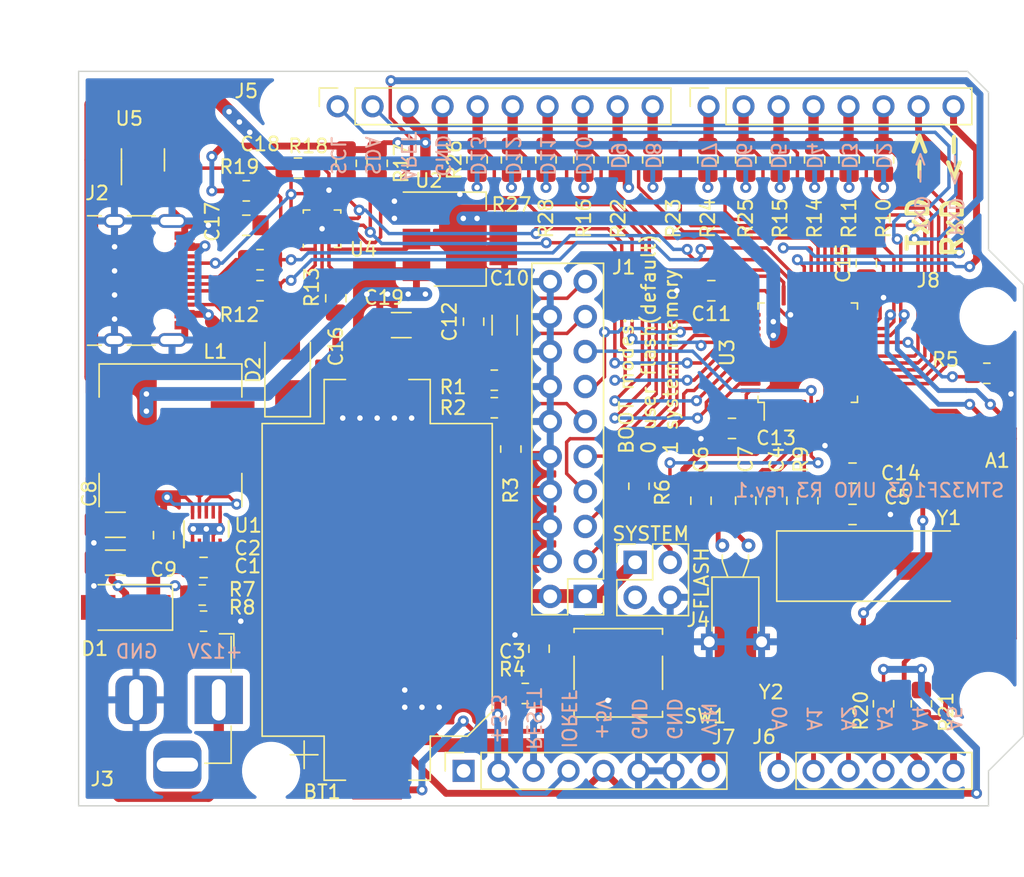
<source format=kicad_pcb>
(kicad_pcb (version 20211014) (generator pcbnew)
  (layers (0 "F.Cu" signal) (31 "B.Cu" signal) (34 "B.Paste" user) (35 "F.Paste" user) (36 "B.SilkS" user "B.Silkscreen") (37 "F.SilkS" user "F.Silkscreen") (38 "B.Mask" user) (39 "F.Mask" user) (44 "Edge.Cuts" user))
  (net 0 "")
  (net 2 "/NRTS")
  (net 3 "+5V")
  (net 4 "GND")
  (net 5 "VBUS")
  (net 6 "/ADC12_IN0")
  (net 7 "/ADC12_IN1")
  (net 8 "/ADC12_IN2")
  (net 9 "/ADC12_IN3")
  (net 10 "/I2C2_SDA")
  (net 11 "/I2C2_SCL")
  (net 12 "/USART1_RX")
  (net 13 "Net-(J4-Pad2)")
  (net 14 "/D2")
  (net 15 "/D3")
  (net 16 "/D4")
  (net 17 "/D5")
  (net 18 "/D6")
  (net 19 "/D7")
  (net 20 "/D8")
  (net 21 "/D9")
  (net 22 "/D10")
  (net 23 "/D11")
  (net 24 "/D12")
  (net 25 "/D13")
  (net 26 "Net-(BT1-Pad1)")
  (net 27 "/OSC_IN")
  (net 28 "Net-(C5-Pad2)")
  (net 29 "/OSC32_IN")
  (net 30 "/OSC32_OUT")
  (net 31 "/CC2")
  (net 32 "/CC1")
  (net 33 "+3.3V")
  (net 34 "/NJTRST")
  (net 35 "/JTDI")
  (net 36 "/JTMS {slash} SWDIO")
  (net 37 "/JTCK {slash} SWCLK")
  (net 38 "Net-(J1-Pad11)")
  (net 39 "/JTDO {slash} TRACESWO")
  (net 40 "Net-(J1-Pad17)")
  (net 41 "Net-(J1-Pad19)")
  (net 42 "/D+")
  (net 43 "/D-")
  (net 46 "Net-(L1-Pad2)")
  (net 47 "/BOOT0")
  (net 48 "/BOOT1")
  (net 49 "Net-(R7-Pad2)")
  (net 50 "/OSC_OUT")
  (net 51 "/USBDM")
  (net 52 "/USBDP")
  (net 53 "/I2C1_SCL")
  (net 54 "/I2C1_SDA")
  (net 55 "Net-(R19-Pad2)")
  (net 58 "/ÌNT_PHY")
  (net 60 "/USART1_TX")
  (net 61 "+VIN")
  (net 62 "+12V")
  (footprint "Package_SON:WSON-10-1EP_2x3mm_P0.5mm_EP0.84x2.4mm_ThermalVias" (layer "F.Cu") (at 116.1 86.3 90)
    (fp_text reference "U1")
    (fp_text value "TPS62175DQC")
  )
  (footprint "Resistor_SMD:R_0805_2012Metric_Pad1.20x1.40mm_HandSolder" (layer "F.Cu") (at 160.25 59.5 -90)
    (fp_text reference "R14")
    (fp_text value "2.1K")
  )
  (footprint "Resistor_SMD:R_0805_2012Metric_Pad1.20x1.40mm_HandSolder" (layer "F.Cu") (at 126.25 59.75 90)
    (fp_text reference "R18")
    (fp_text value "2.1K")
  )
  (footprint "Connector_USB:USB_C_Receptacle_HRO_TYPE-C-31-M-12" (layer "F.Cu") (at 110.48 68.26 -90)
    (fp_text reference "J2")
    (fp_text value "USB_C_Receptacle")
  )
  (footprint "Capacitor_SMD:C_0805_2012Metric_Pad1.18x1.45mm_HandSolder" (layer "F.Cu") (at 155.25 84.25 90)
    (fp_text reference "C7")
    (fp_text value "10pF")
  )
  (footprint "Capacitor_SMD:C_0805_2012Metric_Pad1.18x1.45mm_HandSolder" (layer "F.Cu") (at 163 82.25 180)
    (fp_text reference "C14")
    (fp_text value "100 nF")
  )
  (footprint "Resistor_SMD:R_0805_2012Metric_Pad1.20x1.40mm_HandSolder" (layer "F.Cu") (at 165.25 59.5 -90)
    (fp_text reference "R10")
    (fp_text value "2.1K")
  )
  (footprint "Connector_PinHeader_2.54mm:PinHeader_2x02_P2.54mm_Vertical" (layer "F.Cu") (at 147.225 88.725)
    (fp_text reference "J4")
    (fp_text value "Conn_02x02_Odd_Even")
  )
  (footprint "Resistor_SMD:R_0805_2012Metric_Pad1.20x1.40mm_HandSolder" (layer "F.Cu") (at 139.25 98.25 180)
    (fp_text reference "R4")
    (fp_text value "2.1K")
  )
  (footprint "Connector_PinSocket_2.54mm:PinSocket_1x08_P2.54mm_Vertical" (layer "F.Cu") (at 152.55 55.61 90)
    (fp_text reference "J8")
    (fp_text value "Conn_01x08_Female")
  )
  (footprint "Resistor_SMD:R_0805_2012Metric_Pad1.20x1.40mm_HandSolder" (layer "F.Cu") (at 128.5 59.75 90)
    (fp_text reference "R17")
    (fp_text value "2.1K")
  )
  (footprint "Resistor_SMD:R_0805_2012Metric_Pad1.20x1.40mm_HandSolder" (layer "F.Cu") (at 137 77.5 180)
    (fp_text reference "R2")
    (fp_text value "10K")
  )
  (footprint "Resistor_SMD:R_0805_2012Metric_Pad1.20x1.40mm_HandSolder" (layer "F.Cu") (at 147.5 83.2 -90)
    (fp_text reference "R6")
    (fp_text value "10K")
  )
  (footprint "Capacitor_SMD:C_1206_3216Metric_Pad1.33x1.80mm_HandSolder" (layer "F.Cu") (at 109.5 88.75 180)
    (fp_text reference "C2")
    (fp_text value "22 uF")
  )
  (footprint "Connector_PinSocket_2.54mm:PinSocket_1x08_P2.54mm_Vertical" (layer "F.Cu") (at 134.77 103.87 90)
    (fp_text reference "J7")
    (fp_text value "Conn_01x08_Female")
  )
  (footprint "Capacitor_SMD:C_0805_2012Metric_Pad1.18x1.45mm_HandSolder" (layer "F.Cu") (at 152.75 69 180)
    (fp_text reference "C11")
    (fp_text value "100 nF")
  )
  (footprint "Capacitor_SMD:C_1206_3216Metric_Pad1.33x1.80mm_HandSolder" (layer "F.Cu") (at 137.75 71.5 -90)
    (fp_text reference "C10")
    (fp_text value "22 uF")
  )
  (footprint "Resistor_SMD:R_0805_2012Metric_Pad1.20x1.40mm_HandSolder" (layer "F.Cu") (at 146 59.5 90)
    (fp_text reference "R22")
    (fp_text value "2.1K")
  )
  (footprint "Capacitor_SMD:C_0805_2012Metric_Pad1.18x1.45mm_HandSolder" (layer "F.Cu") (at 164 67 90)
    (fp_text reference "C15")
    (fp_text value "100 nF")
  )
  (footprint "Resistor_SMD:R_0805_2012Metric_Pad1.20x1.40mm_HandSolder" (layer "F.Cu") (at 120 69 180)
    (fp_text reference "R12")
    (fp_text value "22")
  )
  (footprint "Connector_PinHeader_2.54mm:PinHeader_2x10_P2.54mm_Vertical" (layer "F.Cu") (at 143.6 91.2 180)
    (fp_text reference "J1")
    (fp_text value "Conn_01x20_Male")
  )
  (footprint "Capacitor_SMD:C_0805_2012Metric_Pad1.18x1.45mm_HandSolder" (layer "F.Cu") (at 125.5 69.55 -90)
    (fp_text reference "C16")
    (fp_text value "100 nF")
  )
  (footprint "Resistor_SMD:R_0805_2012Metric_Pad1.20x1.40mm_HandSolder" (layer "F.Cu") (at 155.25 59.5 90)
    (fp_text reference "R25")
    (fp_text value "2.1K")
  )
  (footprint "Resistor_SMD:R_0805_2012Metric_Pad1.20x1.40mm_HandSolder" (layer "F.Cu") (at 143.5 59.5 -90)
    (fp_text reference "R16")
    (fp_text value "2.1K")
  )
  (footprint "Capacitor_SMD:C_1206_3216Metric_Pad1.33x1.80mm_HandSolder" (layer "F.Cu") (at 109.5 86 180)
    (fp_text reference "C8")
    (fp_text value "22 uF")
  )
  (footprint "Capacitor_SMD:C_0805_2012Metric_Pad1.18x1.45mm_HandSolder" (layer "F.Cu") (at 152 84.25 90)
    (fp_text reference "C6")
    (fp_text value "10pF")
  )
  (footprint "Resistor_SMD:R_0805_2012Metric_Pad1.20x1.40mm_HandSolder" (layer "F.Cu") (at 137 75.5 180)
    (fp_text reference "R1")
    (fp_text value "10K")
  )
  (footprint "Package_TO_SOT_SMD:SOT-223-3_TabPin2" (layer "F.Cu") (at 134.5 65.25)
    (fp_text reference "U2")
    (fp_text value "LM1117-3.3")
  )
  (footprint "Resistor_SMD:R_0805_2012Metric_Pad1.20x1.40mm_HandSolder" (layer "F.Cu") (at 152.5 59.5 90)
    (fp_text reference "R24")
    (fp_text value "2.1K")
  )
  (footprint "Capacitor_SMD:C_0805_2012Metric_Pad1.18x1.45mm_HandSolder" (layer "F.Cu") (at 122.75 60.1 180)
    (fp_text reference "C18")
    (fp_text value "330pF")
  )
  (footprint "Resistor_SMD:R_0805_2012Metric_Pad1.20x1.40mm_HandSolder" (layer "F.Cu") (at 120 66.75 180)
    (fp_text reference "R13")
    (fp_text value "22")
  )
  (footprint "Inductor_SMD:L_Vishay_IHLP-4040" (layer "F.Cu") (at 113.5 79.5)
    (fp_text reference "L1")
    (fp_text value "10uH")
  )
  (footprint "Package_DFN_QFN:WQFN-14-1EP_2.5x2.5mm_P0.5mm_EP1.45x1.45mm" (layer "F.Cu") (at 124.5 64.5 90)
    (fp_text reference "U4")
    (fp_text value "FUSB302BMPX")
  )
  (footprint "Crystal:Crystal_SMD_HC49-SD" (layer "F.Cu") (at 164.2 89)
    (fp_text reference "Y1")
    (fp_text value "HC-49S 8MHz")
  )
  (footprint "Resistor_SMD:R_0805_2012Metric_Pad1.20x1.40mm_HandSolder" (layer "F.Cu") (at 165.25 99 90)
    (fp_text reference "R20")
    (fp_text value "2.1K")
  )
  (footprint "Diode_SMD:D_SMA" (layer "F.Cu") (at 122 74.75 90)
    (fp_text reference "D2")
    (fp_text value "D_Schottky_Small_Filled")
  )
  (footprint "Package_QFP:LQFP-48_7x7mm_P0.5mm" (layer "F.Cu") (at 159.75 73.5 90)
    (fp_text reference "U3")
    (fp_text value "STM32F103CBTx")
  )
  (footprint "Connector_PinSocket_2.54mm:PinSocket_1x06_P2.54mm_Vertical" (layer "F.Cu") (at 157.63 103.87 90)
    (fp_text reference "J6")
    (fp_text value "Conn_01x06_Female")
  )
  (footprint "Resistor_SMD:R_0805_2012Metric_Pad1.20x1.40mm_HandSolder" (layer "F.Cu") (at 140.75 59.5 90)
    (fp_text reference "R28")
    (fp_text value "2.1K")
  )
  (footprint "Resistor_SMD:R_0805_2012Metric_Pad1.20x1.40mm_HandSolder" (layer "F.Cu") (at 172.75 75 180)
    (fp_text reference "R5")
    (fp_text value "10K")
  )
  (footprint "Crystal:Crystal_C38-LF_D3.0mm_L8.0mm_Horizontal_1EP_style2" (layer "F.Cu") (at 153.55 87.5)
    (fp_text reference "Y2")
    (fp_text value "32KHz")
  )
  (footprint "Capacitor_SMD:C_0805_2012Metric_Pad1.18x1.45mm_HandSolder" (layer "F.Cu") (at 115.9 89.1)
    (fp_text reference "C1")
    (fp_text value "100 nF")
  )
  (footprint "Connector_PinSocket_2.54mm:PinSocket_1x10_P2.54mm_Vertical" (layer "F.Cu") (at 125.63 55.61 90)
    (fp_text reference "J5")
    (fp_text value "Conn_01x10_Female")
  )
  (footprint "Capacitor_SMD:C_0805_2012Metric_Pad1.18x1.45mm_HandSolder" (layer "F.Cu") (at 157.5 84.25 90)
    (fp_text reference "C4")
    (fp_text value "20pF")
  )
  (footprint "Resistor_SMD:R_0805_2012Metric_Pad1.20x1.40mm_HandSolder" (layer "F.Cu") (at 115.8 91.1)
    (fp_text reference "R7")
    (fp_text value "270K")
  )
  (footprint "Capacitor_SMD:C_1206_3216Metric_Pad1.33x1.80mm_HandSolder" (layer "F.Cu") (at 130.25 71.5)
    (fp_text reference "C19")
    (fp_text value "22 uF")
  )
  (footprint "Diode_SMD:D_SMA" (layer "F.Cu") (at 110.25 92 180)
    (fp_text reference "D1")
    (fp_text value "D_Schottky_Small_Filled")
  )
  (footprint "Resistor_SMD:R_0805_2012Metric_Pad1.20x1.40mm_HandSolder" (layer "F.Cu") (at 138.2 80.5 -90)
    (fp_text reference "R3")
    (fp_text value "10K")
  )
  (footprint "Resistor_SMD:R_0805_2012Metric_Pad1.20x1.40mm_HandSolder" (layer "F.Cu") (at 157.75 59.5 -90)
    (fp_text reference "R15")
    (fp_text value "2.1K")
  )
  (footprint "Battery:BatteryHolder_Keystone_1060_1x2032" (layer "F.Cu") (at 128.5 90 90)
    (fp_text reference "BT1")
    (fp_text value "Battery_Cell")
  )
  (footprint "Button_Switch_SMD:SW_Push_1P1T_NO_CK_KSC7xxJ" (layer "F.Cu") (at 146 96.75 180)
    (fp_text reference "SW1")
    (fp_text value "SW_Push")
  )
  (footprint "Capacitor_SMD:C_0805_2012Metric_Pad1.18x1.45mm_HandSolder" (layer "F.Cu") (at 119 64.25)
    (fp_text reference "C17")
    (fp_text value "330pF")
  )
  (footprint "Resistor_SMD:R_0805_2012Metric_Pad1.20x1.40mm_HandSolder" (layer "F.Cu") (at 135.75 59.5 90)
    (fp_text reference "R26")
    (fp_text value "2.1K")
  )
  (footprint "Capacitor_SMD:C_0805_2012Metric_Pad1.18x1.45mm_HandSolder" (layer "F.Cu") (at 154.25 79 180)
    (fp_text reference "C13")
    (fp_text value "100 nF")
  )
  (footprint "Resistor_SMD:R_0805_2012Metric_Pad1.20x1.40mm_HandSolder" (layer "F.Cu") (at 115.9 93)
    (fp_text reference "R8")
    (fp_text value "51K")
  )
  (footprint "Connector_BarrelJack:BarrelJack_Horizontal" (layer "F.Cu") (at 117 98.715)
    (fp_text reference "J3")
    (fp_text value "Jack-DC")
  )
  (footprint "Resistor_SMD:R_0805_2012Metric_Pad1.20x1.40mm_HandSolder" (layer "F.Cu") (at 162.75 59.5 -90)
    (fp_text reference "R11")
    (fp_text value "2.1K")
  )
  (footprint "Resistor_SMD:R_0805_2012Metric_Pad1.20x1.40mm_HandSolder" (layer "F.Cu") (at 168 99 90)
    (fp_text reference "R21")
    (fp_text value "2.1K")
  )
  (footprint "Capacitor_SMD:C_0805_2012Metric_Pad1.18x1.45mm_HandSolder" (layer "F.Cu") (at 135.5 71.25 -90)
    (fp_text reference "C12")
    (fp_text value "100 nF")
  )
  (footprint "Resistor_SMD:R_0805_2012Metric_Pad1.20x1.40mm_HandSolder" (layer "F.Cu") (at 159.75 84.25 90)
    (fp_text reference "R9")
    (fp_text value "390")
  )
  (footprint "Capacitor_SMD:C_0805_2012Metric_Pad1.18x1.45mm_HandSolder" (layer "F.Cu") (at 163 85.25 180)
    (fp_text reference "C5")
    (fp_text value "20pF")
  )
  (footprint "Capacitor_SMD:C_0805_2012Metric_Pad1.18x1.45mm_HandSolder" (layer "F.Cu") (at 140.25 95 90)
    (fp_text reference "C3")
    (fp_text value "100 nF")
  )
  (footprint "Capacitor_SMD:C_0805_2012Metric_Pad1.18x1.45mm_HandSolder" (layer "F.Cu") (at 113 86.75 -90)
    (fp_text reference "C9")
    (fp_text value "100 nF")
  )
  (footprint "Package_TO_SOT_SMD:SOT-23-6" (layer "F.Cu") (at 111.5 59.5 90)
    (fp_text reference "U5")
    (fp_text value "SRV05-4")
  )
  (footprint "stm32-usbc-nixie:Arduino_UNO_R3_WithMountingHoles_inverted" (layer "F.Cu") (at 134.77 57.37)
    (fp_text reference "A1")
    (fp_text value "Arduino_UNO_R3")
    (fp_line (start 38.1 49.04) (end 38.1 46.5) (layer "Edge.Cuts") (width 0.1))
    (fp_line (start 38.1 46.5) (end 40.64 43.96) (layer "Edge.Cuts") (width 0.1))
    (fp_line (start 36.58 -4.3) (end -27.94 -4.3) (layer "Edge.Cuts") (width 0.1))
    (fp_line (start -27.94 -4.3) (end -27.94 49.04) (layer "Edge.Cuts") (width 0.1))
    (fp_line (start 40.64 11.19) (end 38.1 8.65) (layer "Edge.Cuts") (width 0.1))
    (fp_line (start 38.1 -2.78) (end 36.58 -4.3) (layer "Edge.Cuts") (width 0.1))
    (fp_line (start 40.64 43.96) (end 40.64 11.19) (layer "Edge.Cuts") (width 0.1))
    (fp_line (start 38.1 8.65) (end 38.1 -2.78) (layer "Edge.Cuts") (width 0.1))
    (fp_line (start -27.94 49.04) (end 38.1 49.04) (layer "Edge.Cuts") (width 0.1))
  )
  (footprint "Resistor_SMD:R_0805_2012Metric_Pad1.20x1.40mm_HandSolder" (layer "F.Cu") (at 119 61.75)
    (fp_text reference "R19")
    (fp_text value "0")
  )
  (footprint "Resistor_SMD:R_0805_2012Metric_Pad1.20x1.40mm_HandSolder" (layer "F.Cu") (at 148.5 59.5 90)
    (fp_text reference "R23")
    (fp_text value "2.1K")
  )
  (footprint "Resistor_SMD:R_0805_2012Metric_Pad1.20x1.40mm_HandSolder" (layer "F.Cu") (at 138.25 59.5 90)
    (fp_text reference "R27")
    (fp_text value "2.1K")
  )
  (gr_text "A0" (at 157.65 100.05 270) (layer "B.SilkS") (effects (font (size 1 1)) (justify mirror)))
  (gr_text "GND" (at 147.5 100.1 270) (layer "B.SilkS") (effects (font (size 1 1)) (justify mirror)))
  (gr_text "D3" (at 162.75 59.2 270) (layer "B.SilkS") (effects (font (size 1 1)) (justify mirror)))
  (gr_text "GND" (at 111.05 95.2) (layer "B.SilkS") (effects (font (size 1 1)) (justify mirror)))
  (gr_text "D6" (at 155.1 59.2 270) (layer "B.SilkS") (effects (font (size 1 1)) (justify mirror)))
  (gr_text "D2" (at 165.25 59.2 270) (layer "B.SilkS") (effects (font (size 1 1)) (justify mirror)))
  (gr_text "+3.3" (at 137.3 100.1 270) (layer "B.SilkS") (effects (font (size 1 1)) (justify mirror)))
  (gr_text "AREF" (at 130.75 59.2 270) (layer "B.SilkS") (effects (font (size 1 1)) (justify mirror)))
  (gr_text "D12" (at 138.35 59.2 270) (layer "B.SilkS") (effects (font (size 1 1)) (justify mirror)))
  (gr_text "VIN" (at 152.55 100.1 270) (layer "B.SilkS") (effects (font (size 1 1)) (justify mirror)))
  (gr_text "A5" (at 170.35 100.05 270) (layer "B.SilkS") (effects (font (size 1 1)) (justify mirror)))
  (gr_text "D13" (at 135.8 59.2 270) (layer "B.SilkS") (effects (font (size 1 1)) (justify mirror)))
  (gr_text "+12V" (at 116.75 95.2) (layer "B.SilkS") (effects (font (size 1 1)) (justify mirror)))
  (gr_text "TxD ->" (at 168 61.75 270) (layer "B.SilkS") (effects (font (size 1 1)) (justify mirror)))
  (gr_text "SDA" (at 128.15 59.2 270) (layer "B.SilkS") (effects (font (size 1 1)) (justify mirror)))
  (gr_text "RxD <-" (at 170.5 62 270) (layer "B.SilkS") (effects (font (size 1 1)) (justify mirror)))
  (gr_text "D4" (at 160.2 59.2 270) (layer "B.SilkS") (effects (font (size 1 1)) (justify mirror)))
  (gr_text "D9" (at 146 59.2 270) (layer "B.SilkS") (effects (font (size 1 1)) (justify mirror)))
  (gr_text "SCL" (at 125.65 59.2 270) (layer "B.SilkS") (effects (font (size 1 1)) (justify mirror)))
  (gr_text "+5V" (at 144.9 100.1 270) (layer "B.SilkS") (effects (font (size 1 1)) (justify mirror)))
  (gr_text "RESET" (at 139.85 100.1 270) (layer "B.SilkS") (effects (font (size 1 1)) (justify mirror)))
  (gr_text "IOREF" (at 142.4 100.1 270) (layer "B.SilkS") (effects (font (size 1 1)) (justify mirror)))
  (gr_text "D7" (at 152.55 59.2 270) (layer "B.SilkS") (effects (font (size 1 1)) (justify mirror)))
  (gr_text "STM32F103 UNO R3 rev.1" (at 164.25 83.5) (layer "B.SilkS") (effects (font (size 1 1)) (justify mirror)))
  (gr_text "GND" (at 133.25 59.2 270) (layer "B.SilkS") (effects (font (size 1 1)) (justify mirror)))
  (gr_text "D10" (at 143.45 59.2 270) (layer "B.SilkS") (effects (font (size 1 1)) (justify mirror)))
  (gr_text "A4" (at 167.85 100.05 270) (layer "B.SilkS") (effects (font (size 1 1)) (justify mirror)))
  (gr_text "D8" (at 148.5 59.2 270) (layer "B.SilkS") (effects (font (size 1 1)) (justify mirror)))
  (gr_text "D5" (at 157.6 59.2 270) (layer "B.SilkS") (effects (font (size 1 1)) (justify mirror)))
  (gr_text "A2" (at 162.7 100.05 270) (layer "B.SilkS") (effects (font (size 1 1)) (justify mirror)))
  (gr_text "A1" (at 160.2 100.05 270) (layer "B.SilkS") (effects (font (size 1 1)) (justify mirror)))
  (gr_text "GND" (at 150.05 100.1 270) (layer "B.SilkS") (effects (font (size 1 1)) (justify mirror)))
  (gr_text "A3" (at 165.3 100.05 270) (layer "B.SilkS") (effects (font (size 1 1)) (justify mirror)))
  (gr_text "D11" (at 140.85 59.2 270) (layer "B.SilkS") (effects (font (size 1 1)) (justify mirror)))
  (gr_text "RxD <-" (at 170.25 62 90) (layer "F.SilkS") (effects (font (size 1.5 1.5) (thickness 0.3))))
  (gr_text "TxD ->" (at 167.75 61.75 90) (layer "F.SilkS") (effects (font (size 1.5 1.5) (thickness 0.3))))
  (gr_text "FLASH" (at 152.05 89.9 90) (layer "F.SilkS") (effects (font (size 1 1))))
  (gr_text "BOOT modes:\n0 user flash(default)\n1 system memory" (at 148.2 80.95 90) (layer "F.SilkS") (effects (font (size 1 1)) (justify left)))
  (gr_text "SYSTEM" (at 148.35 86.65) (layer "F.SilkS") (effects (font (size 1 1))))
  (segment (start 160 78.1625) (end 160 81) (width 0.25) (layer "F.Cu") (net 2))
  (segment (start 149.75 86.5) (end 151.2 87.95) (width 0.25) (layer "F.Cu") (net 2))
  (segment (start 151.2 92.05) (end 149.5 93.75) (width 0.25) (layer "F.Cu") (net 2))
  (segment (start 141.8125 96.0375) (end 143.1 94.75) (width 0.5) (layer "F.Cu") (net 2))
  (segment (start 160 77.6625) (end 160 76.25) (width 0.25) (layer "F.Cu") (net 2))
  (segment (start 149.5 93.75) (end 148.5 94.75) (width 0.25) (layer "F.Cu") (net 2))
  (segment (start 142.35 94.75) (end 148.15 94.75) (width 0.5) (layer "F.Cu") (net 2))
  (segment (start 148.5 94.75) (end 148.15 94.75) (width 0.25) (layer "F.Cu") (net 2))
  (segment (start 160 81) (end 160.5 81.5) (width 0.25) (layer "F.Cu") (net 2))
  (segment (start 151.2 87.95) (end 151.2 92.05) (width 0.25) (layer "F.Cu") (net 2))
  (segment (start 140.25 98.25) (end 140.25 100) (width 0.5) (layer "F.Cu") (net 2))
  (segment (start 149.75 81.5) (end 149.75 86.5) (width 0.25) (layer "F.Cu") (net 2))
  (segment (start 140.25 96.0375) (end 141.8125 96.0375) (width 0.5) (layer "F.Cu") (net 2))
  (segment (start 140.25 98.25) (end 140.25 96.0375) (width 0.5) (layer "F.Cu") (net 2))
  (via (at 140.25 100) (size 0.8) (drill 0.4) (layers "F.Cu" "B.Cu") (net 2))
  (via (at 160 76.25) (size 0.8) (drill 0.4) (layers "F.Cu" "B.Cu") (net 2))
  (via (at 160.5 81.5) (size 0.8) (drill 0.4) (layers "F.Cu" "B.Cu") (net 2))
  (via (at 149.75 81.5) (size 0.8) (drill 0.4) (layers "F.Cu" "B.Cu") (net 2))
  (segment (start 154.25 76.25) (end 160 76.25) (width 0.25) (layer "B.Cu") (net 2))
  (segment (start 143.525 73.395) (end 151.395 73.395) (width 0.25) (layer "B.Cu") (net 2))
  (segment (start 139.85 100.4) (end 140.25 100) (width 0.5) (layer "B.Cu") (net 2))
  (segment (start 151.395 73.395) (end 154.25 76.25) (width 0.25) (layer "B.Cu") (net 2))
  (segment (start 160.5 81.5) (end 149.75 81.5) (width 0.25) (layer "B.Cu") (net 2))
  (segment (start 139.85 103.87) (end 139.85 100.4) (width 0.5) (layer "B.Cu") (net 2))
  (segment (start 152.5 60.25) (end 152.5 61.5) (width 0.35) (layer "F.Cu") (net 3))
  (segment (start 146.56 105.5) (end 144.93 103.87) (width 0.5) (layer "F.Cu") (net 3))
  (segment (start 121 96) (end 111.25 96) (width 0.5) (layer "F.Cu") (net 3))
  (segment (start 107.75 55.5) (end 108.75 54.5) (width 1) (layer "F.Cu") (net 3))
  (segment (start 117.75 83.95) (end 118.3 84.5) (width 0.25) (layer "F.Cu") (net 3))
  (segment (start 108.7425 79.5) (end 108.7425 76.2425) (width 1) (layer "F.Cu") (net 3))
  (segment (start 130.75 102.75) (end 127.75 102.75) (width 0.5) (layer "F.Cu") (net 3))
  (segment (start 107.75 75.25) (end 107.75 59.5) (width 1) (layer "F.Cu") (net 3))
  (segment (start 110.25 95) (end 110.25 91.25) (width 0.5) (layer "F.Cu") (net 3))
  (segment (start 160.25 60.25) (end 160.25 61.5) (width 0.35) (layer "F.Cu") (net 3))
  (segment (start 155.25 60.25) (end 155.25 61.5) (width 0.35) (layer "F.Cu") (net 3))
  (segment (start 110.817462 59.5) (end 107.75 59.5) (width 0.35) (layer "F.Cu") (net 3))
  (segment (start 172 105.5) (end 146.56 105.5) (width 0.5) (layer "F.Cu") (net 3))
  (segment (start 116.25 54.5) (end 117.75 56) (width 1) (layer "F.Cu") (net 3))
  (segment (start 168 98) (end 168 96.5) (width 0.25) (layer "F.Cu") (net 3))
  (segment (start 113.1625 85.55) (end 113 85.7125) (width 0.25) (layer "F.Cu") (net 3))
  (segment (start 109.25 87.25) (end 109.25 86) (width 0.75) (layer "F.Cu") (net 3))
  (segment (start 121.5 96.5) (end 121 96) (width 0.5) (layer "F.Cu") (net 3))
  (segment (start 146.5 60.25) (end 146.5 61.5) (width 0.35) (layer "F.Cu") (net 3))
  (segment (start 114.8 91.1) (end 114.18 90.48) (width 0.25) (layer "F.Cu") (net 3))
  (segment (start 140.75 60.25) (end 140.75 61.5) (width 0.35) (layer "F.Cu") (net 3))
  (segment (start 113 85.7125) (end 111.1 85.7125) (width 1) (layer "F.Cu") (net 3))
  (segment (start 117.75 56) (end 118.5 56.75) (width 1) (layer "F.Cu") (net 3))
  (segment (start 133.5 105.5) (end 130.75 102.75) (width 0.5) (layer "F.Cu") (net 3))
  (segment (start 113.25 84) (end 114.6 84) (width 0.25) (layer "F.Cu") (net 3))
  (segment (start 127.75 102.75) (end 121.5 96.5) (width 0.5) (layer "F.Cu") (net 3))
  (segment (start 143.3 105.5) (end 133.5 105.5) (width 0.5) (layer "F.Cu") (net 3))
  (segment (start 110.25 91.25) (end 110.25 91) (width 0.5) (layer "F.Cu") (net 3))
  (segment (start 107.75 59.5) (end 107.75 55.5) (width 1) (layer "F.Cu") (net 3))
  (segment (start 116.1 84.275) (end 116.425 83.95) (width 0.25) (layer "F.Cu") (net 3))
  (segment (start 165.25 98) (end 165.25 96.5) (width 0.25) (layer "F.Cu") (net 3))
  (segment (start 108.75 54.5) (end 116.25 54.5) (width 1) (layer "F.Cu") (net 3))
  (segment (start 111.25 84) (end 111.0625 84.1875) (width 0.25) (layer "F.Cu") (net 3))
  (segment (start 116.425 83.95) (end 117.75 83.95) (width 0.25) (layer "F.Cu") (net 3))
  (segment (start 111.5 58.817462) (end 110.817462 59.5) (width 0.35) (layer "F.Cu") (net 3))
  (segment (start 144.93 103.87) (end 143.3 105.5) (width 0.5) (layer "F.Cu") (net 3))
  (segment (start 157.75 60.25) (end 157.75 61.5) (width 0.35) (layer "F.Cu") (net 3))
  (segment (start 143.5 60.25) (end 143.5 61.5) (width 0.35) (layer "F.Cu") (net 3))
  (segment (start 118.5 56.75) (end 119.25 57.5) (width 1) (layer "F.Cu") (net 3))
  (segment (start 111.0625 84.1875) (end 111.0625 86) (width 0.25) (layer "F.Cu") (net 3))
  (segment (start 113.25 84) (end 111.25 84) (width 0.25) (layer "F.Cu") (net 3))
  (segment (start 109.25 90) (end 109.5 90.25) (width 0.25) (layer "F.Cu") (net 3))
  (segment (start 148.5 60.25) (end 148.5 61.475402) (width 0.35) (layer "F.Cu") (net 3))
  (segment (start 111.25 96) (end 110.25 95) (width 0.5) (layer "F.Cu") (net 3))
  (segment (start 148.5 61.475402) (end 148.512299 61.487701) (width 0.35) (layer "F.Cu") (net 3))
  (segment (start 108.7425 76.2425) (end 107.75 75.25) (width 1) (layer "F.Cu") (net 3))
  (segment (start 114.6 84) (end 115.1 84.5) (width 0.25) (layer "F.Cu") (net 3))
  (segment (start 165.25 60.25) (end 165.25 61.5) (width 0.35) (layer "F.Cu") (net 3))
  (segment (start 138.25 60.25) (end 138.25 61.5) (width 0.35) (layer "F.Cu") (net 3))
  (segment (start 110.25 91) (end 109.625 90.375) (width 0.5) (layer "F.Cu") (net 3))
  (segment (start 135.75 60.25) (end 135.75 61.5) (width 0.35) (layer "F.Cu") (net 3))
  (segment (start 109.25 90) (end 109.25 87.25) (width 0.5) (layer "F.Cu") (net 3))
  (segment (start 162.75 60.25) (end 162.75 61.5) (width 0.35) (layer "F.Cu") (net 3))
  (segment (start 114.18 90.48) (end 114.12 90.42) (width 0.25) (layer "F.Cu") (net 3))
  (segment (start 115.1 84.5) (end 115.1 85.1) (width 0.25) (layer "F.Cu") (net 3))
  (segment (start 109.25 86) (end 110.8125 86) (width 0.25) (layer "F.Cu") (net 3))
  (segment (start 116.1 85.05) (end 116.1 84.275) (width 0.25) (layer "F.Cu") (net 3))
  (segment (start 111.1 85.7125) (end 110.8125 86) (width 1) (layer "F.Cu") (net 3))
  (segment (start 114.12 90.42) (end 113.83 90.42) (width 0.25) (layer "F.Cu") (net 3))
  (segment (start 109.625 90.375) (end 109.25 90) (width 0.5) (layer "F.Cu") (net 3))
  (segment (start 111.5 58.3625) (end 111.5 58.817462) (width 0.35) (layer "F.Cu") (net 3))
  (via (at 111.75 76.5) (size 0.8) (drill 0.4) (layers "F.Cu" "B.Cu") (net 3))
  (via (at 148.512299 61.487701) (size 0.8) (drill 0.4) (layers "F.Cu" "B.Cu") (net 3))
  (via (at 130.75 69.25) (size 0.8) (drill 0.4) (layers "F.Cu" "B.Cu") (net 3))
  (via (at 165.25 61.5) (size 0.8) (drill 0.4) (layers "F.Cu" "B.Cu") (net 3))
  (via (at 160.25 61.5) (size 0.8) (drill 0.4) (layers "F.Cu" "B.Cu") (net 3))
  (via (at 140.75 61.5) (size 0.8) (drill 0.4) (layers "F.Cu" "B.Cu") (net 3))
  (via (at 132 69.25) (size 0.8) (drill 0.4) (layers "F.Cu" "B.Cu") (net 3))
  (via (at 113.83 90.42) (size 0.8) (drill 0.4) (layers "F.Cu" "B.Cu") (net 3))
  (via (at 118.5 56.75) (size 0.8) (drill 0.4) (layers "F.Cu" "B.Cu") (net 3))
  (via (at 119.25 57.5) (size 0.8) (drill 0.4) (layers "F.Cu" "B.Cu") (net 3))
  (via (at 135.75 61.5) (size 0.8) (drill 0.4) (layers "F.Cu" "B.Cu") (net 3))
  (via (at 129.25 69.25) (size 0.8) (drill 0.4) (layers "F.Cu" "B.Cu") (net 3))
  (via (at 138.25 61.5) (size 0.8) (drill 0.4) (layers "F.Cu" "B.Cu") (net 3))
  (via (at 143.5 61.5) (size 0.8) (drill 0.4) (layers "F.Cu" "B.Cu") (net 3))
  (via (at 165.25 96.5) (size 0.8) (drill 0.4) (layers "F.Cu" "B.Cu") (net 3))
  (via (at 109.69 90.42) (size 0.8) (drill 0.4) (layers "F.Cu" "B.Cu") (net 3))
  (via (at 152.5 61.5) (size 0.8) (drill 0.4) (layers "F.Cu" "B.Cu") (net 3))
  (via (at 117.75 56) (size 0.8) (drill 0.4) (layers "F.Cu" "B.Cu") (net 3))
  (via (at 127.75 69.25) (size 0.8) (drill 0.4) (layers "F.Cu" "B.Cu") (net 3))
  (via (at 172 105.5) (size 0.8) (drill 0.4) (layers "F.Cu" "B.Cu") (net 3))
  (via (at 111.75 77.75) (size 0.8) (drill 0.4) (layers "F.Cu" "B.Cu") (net 3))
  (via (at 155.25 61.5) (size 0.8) (drill 0.4) (layers "F.Cu" "B.Cu") (net 3))
  (via (at 113.25 84) (size 0.8) (drill 0.4) (layers "F.Cu" "B.Cu") (net 3))
  (via (at 157.75 61.5) (size 0.8) (drill 0.4) (layers "F.Cu" "B.Cu") (net 3))
  (via (at 162.75 61.5) (size 0.8) (drill 0.4) (layers "F.Cu" "B.Cu") (net 3))
  (via (at 146.75 61.5) (size 0.8) (drill 0.4) (layers "F.Cu" "B.Cu") (net 3))
  (via (at 168 96.5) (size 0.8) (drill 0.4) (layers "F.Cu" "B.Cu") (net 3))
  (via (at 118.3 84.5) (size 0.8) (drill 0.4) (layers "F.Cu" "B.Cu") (net 3))
  (segment (start 129.25 69.25) (end 130.75 69.25) (width 1) (layer "B.Cu") (net 3))
  (segment (start 135.75 61.5) (end 135.75 60.25) (width 0.35) (layer "B.Cu") (net 3))
  (segment (start 172 105.5) (end 172 102.25) (width 0.5) (layer "B.Cu") (net 3))
  (segment (start 140.5 59.75) (end 143.5 59.75) (width 1) (layer "B.Cu") (net 3))
  (segment (start 138.5 59.75) (end 140.5 59.75) (width 1) (layer "B.Cu") (net 3))
  (segment (start 111.75 77.75) (end 111.75 76.5) (width 1) (layer "B.Cu") (net 3))
  (segment (start 172 102.25) (end 168 98.25) (width 0.5) (layer "B.Cu") (net 3))
  (segment (start 113.25 84) (end 113.75 84.5) (width 0.25) (layer "B.Cu") (net 3))
  (segment (start 113.75 84.5) (end 118.3 84.5) (width 0.25) (layer "B.Cu") (net 3))
  (segment (start 120.5 76.5) (end 127.75 69.25) (width 1) (layer "B.Cu") (net 3))
  (segment (start 146.75 61.5) (end 146.75 59.75) (width 0.5) (layer "B.Cu") (net 3))
  (segment (start 138.25 61.5) (end 138.25 60) (width 0.35) (layer "B.Cu") (net 3))
  (segment (start 160.25 60) (end 160.5 59.75) (width 0.35) (layer "B.Cu") (net 3))
  (segment (start 127.75 69.25) (end 129.25 69.25) (width 1) (layer "B.Cu") (net 3))
  (segment (start 138.25 60) (end 138.5 59.75) (width 0.35) (layer "B.Cu") (net 3))
  (segment (start 155.25 61.5) (end 155.25 60) (width 0.35) (layer "B.Cu") (net 3))
  (segment (start 168 98.25) (end 168 96.5) (width 0.5) (layer "B.Cu") (net 3))
  (segment (start 155.25 60) (end 155 59.75) (width 0.35) (layer "B.Cu") (net 3))
  (segment (start 152.5 60) (end 152.75 59.75) (width 0.35) (layer "B.Cu") (net 3))
  (segment (start 117.75 56) (end 121.5 59.75) (width 1) (layer "B.Cu") (net 3))
  (segment (start 163 59.75) (end 165.25 59.75) (width 1) (layer "B.Cu") (net 3))
  (segment (start 157.75 61.5) (end 157.75 59.75) (width 0.35) (layer "B.Cu") (net 3))
  (segment (start 148.5 61.475402) (end 148.5 59.75) (width 0.35) (layer "B.Cu") (net 3))
  (segment (start 148.5 59.75) (end 152.75 59.75) (width 1) (layer "B.Cu") (net 3))
  (segment (start 140.75 60) (end 140.5 59.75) (width 0.35) (layer "B.Cu") (net 3))
  (segment (start 152.75 59.75) (end 155 59.75) (width 1) (layer "B.Cu") (net 3))
  (segment (start 162.75 60) (end 163 59.75) (width 0.35) (layer "B.Cu") (net 3))
  (segment (start 140.75 61.5) (end 140.75 60) (width 0.35) (layer "B.Cu") (net 3))
  (segment (start 165.25 61.5) (end 165.25 59.75) (width 0.35) (layer "B.Cu") (net 3))
  (segment (start 136.25 59.75) (end 138.5 59.75) (width 1) (layer "B.Cu") (net 3))
  (segment (start 160.5 59.75) (end 163 59.75) (width 1) (layer "B.Cu") (net 3))
  (segment (start 135.75 60.25) (end 136.25 59.75) (width 0.35) (layer "B.Cu") (net 3))
  (segment (start 143.5 59.75) (end 146.75 59.75) (width 1) (layer "B.Cu") (net 3))
  (segment (start 146.75 59.75) (end 148.5 59.75) (width 1) (layer "B.Cu") (net 3))
  (segment (start 111.75 76.5) (end 120.5 76.5) (width 1) (layer "B.Cu") (net 3))
  (segment (start 113.83 90.42) (end 109.69 90.42) (width 0.25) (layer "B.Cu") (net 3))
  (segment (start 143.5 61.5) (end 143.5 59.75) (width 0.35) (layer "B.Cu") (net 3))
  (segment (start 121.5 59.75) (end 136.25 59.75) (width 1) (layer "B.Cu") (net 3))
  (segment (start 130.75 69.25) (end 132 69.25) (width 1) (layer "B.Cu") (net 3))
  (segment (start 165.25 96.5) (end 168 96.5) (width 0.5) (layer "B.Cu") (net 3))
  (segment (start 162.75 61.5) (end 162.75 60) (width 0.35) (layer "B.Cu") (net 3))
  (segment (start 152.5 61.5) (end 152.5 60) (width 0.35) (layer "B.Cu") (net 3))
  (segment (start 155 59.75) (end 157.75 59.75) (width 1) (layer "B.Cu") (net 3))
  (segment (start 148.512299 61.487701) (end 148.5 61.475402) (width 0.35) (layer "B.Cu") (net 3))
  (segment (start 160.25 61.5) (end 160.25 60) (width 0.35) (layer "B.Cu") (net 3))
  (segment (start 157.75 59.75) (end 160.5 59.75) (width 1) (layer "B.Cu") (net 3))
  (segment (start 107.9375 86) (end 107.9375 87.3125) (width 0.5) (layer "F.Cu") (net 4))
  (segment (start 158.109315 70.75) (end 158.5 70.75) (width 0.25) (layer "F.Cu") (net 4))
  (segment (start 165 69.75) (end 165.25 69.5) (width 0.25) (layer "F.Cu") (net 4))
  (segment (start 125.5 73.5) (end 125.5 70.5875) (width 0.5) (layer "F.Cu") (net 4))
  (segment (start 138.25 88.25) (end 138.25 85.75) (width 0.75) (layer "F.Cu") (net 4))
  (segment (start 116.6 86.75) (end 117.05 86.3) (width 0.25) (layer "F.Cu") (net 4))
  (segment (start 164.0375 85.25) (end 165.75 85.25) (width 0.5) (layer "F.Cu") (net 4))
  (segment (start 115.1 86.35) (end 115.15 86.3) (width 0.25) (layer "F.Cu") (net 4))
  (segment (start 109.44 65.81) (end 109.44 63.95) (width 0.5) (layer "F.Cu") (net 4))
  (segment (start 156.8 85.9875) (end 157.5 85.2875) (width 0.35) (layer "F.Cu") (net 4))
  (segment (start 165.25 67.2125) (end 164 65.9625) (width 0.25) (layer "F.Cu") (net 4))
  (segment (start 152.75 79) (end 152 79.75) (width 0.35) (layer "F.Cu") (net 4))
  (segment (start 124.5 62.2) (end 125 61.7) (width 0.25) (layer "F.Cu") (net 4))
  (segment (start 134.5 61.75) (end 134.5 62) (width 0.75) (layer "F.Cu") (net 4))
  (segment (start 157.5 69.3375) (end 157.5 70.140685) (width 0.25) (layer "F.Cu") (net 4))
  (segment (start 160.5 79.75) (end 161 80.25) (width 0.25) (layer "F.Cu") (net 4))
  (segment (start 136.275 73.0625) (end 135.5 72.2875) (width 0.5) (layer "F.Cu") (net 4))
  (segment (start 125.5 73.5) (end 127.35 75.35) (width 0.5) (layer "F.Cu") (net 4))
  (segment (start 125 64) (end 124.5 64.5) (width 0.25) (layer "F.Cu") (net 4))
  (segment (start 112 59.5) (end 113.25 59.5) (width 0.35) (layer "F.Cu") (net 4))
  (segment (start 153.2125 77.321815) (end 153.2125 79) (width 0.25) (layer "F.Cu") (net 4))
  (segment (start 131.35 62.95) (end 129.8 62.95) (width 0.75) (layer "F.Cu") (net 4))
  (segment (start 114.535 71.51) (end 114.535 72.415) (width 0.5) (layer "F.Cu") (net 4))
  (segment (start 164.0375 85.25) (end 161.9625 83.175) (width 0.5) (layer "F.Cu") (net 4))
  (segment (start 109.44 67.56) (end 109.44 69.31) (width 0.5) (layer "F.Cu") (net 4))
  (segment (start 124.5 63.2375) (end 124.5 64.5) (width 0.25) (layer "F.Cu") (net 4))
  (segment (start 115.1 87.5) (end 113.2875 87.5) (width 0.25) (layer "F.Cu") (net 4))
  (segment (start 114.535 65.01) (end 114.535 64.105) (width 0.5) (layer "F.Cu") (net 4))
  (segment (start 156.0625 86.1) (end 155.25 85.2875) (width 0.35) (layer "F.Cu") (net 4))
  (segment (start 173.75 75.75) (end 174.5 76.5) (width 0.35) (layer "F.Cu") (net 4))
  (segment (start 115.1 87.5) (end 115.1 86.35) (width 0.25) (layer "F.Cu") (net 4))
  (segment (start 129.75 62.9) (end 129.75 62.5) (width 0.75) (layer "F.Cu") (net 4))
  (segment (start 156.8 86.1) (end 156.0625 86.1) (width 0.35) (layer "F.Cu") (net 4))
  (segment (start 116.75 88.7125) (end 117.0375 89) (width 0.25) (layer "F.Cu") (net 4))
  (segment (start 138.735 81.015) (end 138.25 81.5) (width 0.75) (layer "F.Cu") (net 4))
  (segment (start 152.762999 67.949501) (end 151.7125 69) (width 0.25) (layer "F.Cu") (net 4))
  (segment (start 113.25 59.5) (end 113.62 59.87) (width 0.35) (layer "F.Cu") (net 4))
  (segment (start 152.225 89.225) (end 154 91) (width 0.25) (layer "F.Cu") (net 4))
  (segment (start 111.5 60.6375) (end 111.5 60) (width 0.35) (layer "F.Cu") (net 4))
  (segment (start 153.2125 79) (end 152.75 79) (width 0.35) (layer "F.Cu") (net 4))
  (segment (start 137.75 73.0625) (end 136.275 73.0625) (width 0.5) (layer "F.Cu") (net 4))
  (segment (start 140.985 88.635) (end 138.635 88.635) (width 0.75) (layer "F.Cu") (net 4))
  (segment (start 116.9 93) (end 118.6 93) (width 0.25) (layer "F.Cu") (net 4))
  (segment (start 113 87.7875) (end 113.4625 87.7875) (width 0.35) (layer "F.Cu") (net 4))
  (segment (start 109.44 69.31) (end 109.44 71.06) (width 0.5) (layer "F.Cu") (net 4))
  (segment (start 107.9375 87.3125) (end 107.9375 88.75) (width 0.5) (layer "F.Cu") (net 4))
  (segment (start 107.9375 88.75) (end 107.9375 90.4375) (width 0.5) (layer "F.Cu") (net 4))
  (segment (start 116.6 88.7625) (end 116.6 87.5) (width 0.25) (layer "F.Cu") (net 4))
  (segment (start 140.985 86.095) (end 138.595 86.095) (width 0.75) (layer "F.Cu") (net 4))
  (segment (start 109.44 65.81) (end 109.44 67.56) (width 0.5) (layer "F.Cu") (net 4))
  (segment (start 113.2875 87.5) (end 113 87.7875) (width 0.25) (layer "F.Cu") (net 4))
  (segment (start 154.784315 75.75) (end 153.2125 77.321815) (width 0.25) (layer "F.Cu") (net 4))
  (segment (start 125 62.825) (end 125 64) (width 0.25) (layer "F.Cu") (net 4))
  (segment (start 152 85.2875) (end 152.225 85.5125) (width 0.25) (layer "F.Cu") (net 4))
  (segment (start 111.5 60) (end 112 59.5) (width 0.35) (layer "F.Cu") (net 4))
  (segment (start 161.9625 83.175) (end 161.9625 82.25) (width 0.5) (layer "F.Cu") (net 4))
  (segment (start 161 80.25) (end 161.9625 81.2125) (width 0.25) (layer "F.Cu") (net 4))
  (segment (start 133.25 55.61) (end 133.25 60.5) (width 0.75) (layer "F.Cu") (net 4))
  (segment (start 127.35 75.35) (end 128.75 75.35) (width 0.5) (layer "F.Cu") (net 4))
  (segment (start 165.25 69.5) (end 165.25 67.2125) (width 0.25) (layer "F.Cu") (net 4))
  (segment (start 165 71) (end 165 69.75) (width 0.25) (layer "F.Cu") (net 4))
  (segment (start 160.5 77.6625) (end 160.5 79.75) (width 0.25) (layer "F.Cu") (net 4))
  (segment (start 113.62 59.87) (end 113.62 63.19) (width 0.35) (layer "F.Cu") (net 4))
  (segment (start 155.9 93.1) (end 156.8 92.2) (width 0.35) (layer "F.Cu") (net 4))
  (segment (start 138.595 86.095) (end 138.25 85.75) (width 0.75) (layer "F.Cu") (net 4))
  (segment (start 114.68 64.25) (end 114.535 64.105) (width 0.5) (layer "F.Cu") (net 4))
  (segment (start 157.5 68.534315) (end 156.915186 67.949501) (width 0.25) (layer "F.Cu") (net 4))
  (segment (start 116.9375 89.1) (end 116.6 88.7625) (width 0.25) (layer "F.Cu") (net 4))
  (segment (start 117.1 85.05) (end 117.1 86.25) (width 0.25) (layer "F.Cu") (net 4))
  (segment (start 154 90.75) (end 154 94.5) (width 0.25) (layer "F.Cu") (net 4))
  (segment (start 157.5 69.3375) (end 157.5 68.534315) (width 0.25) (layer "F.Cu") (net 4))
  (segment (start 164.75 71.25) (end 165 71) (width 0.25) (layer "F.Cu") (net 4))
  (segment (start 129.75 62.5) (end 129.75 63.75) (width 0.75) (layer "F.Cu") (net 4))
  (segment (start 124.5 62.825) (end 124.5 62.2) (width 0.25) (layer "F.Cu") (net 4))
  (segment (start 140.985 81.015) (end 138.735 81.015) (width 0.75) (layer "F.Cu") (net 4))
  (segment (start 142.35 98.75) (end 145.25 98.75) (width 0.35) (layer "F.Cu") (net 4))
  (segment (start 114.535 64.105) (end 113.62 63.19) (width 0.5) (layer "F.Cu") (net 4))
  (segment (start 109.44 71.06) (end 109.44 72.57) (width 0.5) (layer "F.Cu") (net 4))
  (segment (start 125 61.7) (end 125 60.5) (width 0.25) (layer "F.Cu") (net 4))
  (segment (start 138.5375 93.9625) (end 138.5 94) (width 0.5) (layer "F.Cu") (net 4))
  (segment (start 125 60.5) (end 124.6 60.1) (width 0.25) (layer "F.Cu") (net 4))
  (segment (start 129.8 62.95) (end 129.75 62.9) (width 0.75) (layer "F.Cu") (net 4))
  (segment (start 140.25 93.9625) (end 138.5375 93.9625) (width 0.5) (layer "F.Cu") (net 4))
  (segment (start 156.8 92.2) (end 156.8 86.1) (width 0.35) (layer "F.Cu") (net 4))
  (segment (start 155.5875 75.75) (end 154.784315 75.75) (width 0.25) (layer "F.Cu") (net 4))
  (segment (start 109.45 72.58) (end 113.63 72.58) (width 0.5) (layer "F.Cu") (net 4))
  (segment (start 161.9625 81.2125) (end 161.9625 82.25) (width 0.25) (layer "F.Cu") (net 4))
  (segment (start 109.44 72.57) (end 109.45 72.58) (width 0.5) (layer "F.Cu") (net 4))
  (segment (start 133.25 60.5) (end 134.5 61.75) (width 0.75) (layer "F.Cu") (net 4))
  (segment (start 138.635 88.635) (end 138.25 88.25) (width 0.75) (layer "F.Cu") (net 4))
  (segment (start 140.985 83.555) (end 138.445 83.555) (width 0.75) (layer "F.Cu") (net 4))
  (segment (start 156.915186 67.949501) (end 152.762999 67.949501) (width 0.25) (layer "F.Cu") (net 4))
  (segment (start 151.7125 69) (end 150.25 69) (width 0.25) (layer "F.Cu") (net 4))
  (segment (start 116.25 64.25) (end 114.68 64.25) (width 0.5) (layer "F.Cu") (net 4))
  (segment (start 154 91) (end 154 94.5) (width 0.25) (layer "F.Cu") (net 4))
  (segment (start 117.9625 64.25) (end 116.25 64.25) (width 0.5) (layer "F.Cu") (net 4))
  (segment (start 173.75 75) (end 173.75 75.75) (width 0.35) (layer "F.Cu") (net 4))
  (segment (start 138.25 85.75) (end 138.25 81.5) (width 0.75) (layer "F.Cu") (net 4))
  (segment (start 163.9125 71.25) (end 164.75 71.25) (width 0.25) (layer "F.Cu") (net 4))
  (segment (start 155.9 94.5) (end 155.9 93.1) (width 0.35) (layer "F.Cu") (net 4))
  (segment (start 117.1 86.25) (end 117.05 86.3) (width 0.25) (layer "F.Cu") (net 4))
  (segment (start 116.6 87.5) (end 116.6 86.75) (width 0.25) (layer "F.Cu") (net 4))
  (segment (start 156.8 86.1) (end 156.8 85.9875) (width 0.35) (layer "F.Cu") (net 4))
  (segment (start 157.5 70.140685) (end 158.109315 70.75) (width 0.25) (layer "F.Cu") (net 4))
  (segment (start 145.25 98.75) (end 148.15 98.75) (width 0.35) (layer "F.Cu") (net 4))
  (segment (start 124.6 60.1) (end 123.7875 60.1) (width 0.25) (layer "F.Cu") (net 4))
  (segment (start 152.225 85.5125) (end 152.225 89.225) (width 0.25) (layer "F.Cu") (net 4))
  (via (at 174.5 76.5) (size 0.8) (drill 0.4) (layers "F.Cu" "B.Cu") (net 4))
  (via (at 131.75 99.25) (size 0.8) (drill 0.4) (layers "F.Cu" "B.Cu") (net 4))
  (via (at 133 99.25) (size 0.8) (drill 0.4) (layers "F.Cu" "B.Cu") (net 4))
  (via (at 152 79.75) (size 0.8) (drill 0.4) (layers "F.Cu" "B.Cu") (net 4))
  (via (at 107.9375 87.3125) (size 0.8) (drill 0.4) (layers "F.Cu" "B.Cu") (net 4))
  (via (at 158.5 70.75) (size 0.8) (drill 0.4) (layers "F.Cu" "B.Cu") (net 4))
  (via (at 129.75 78.25) (size 0.8) (drill 0.4) (layers "F.Cu" "B.Cu") (net 4))
  (via (at 129.75 62.5) (size 0.8) (drill 0.4) (layers "F.Cu" "B.Cu") (net 4))
  (via (at 109.44 69.31) (size 0.8) (drill 0.4) (layers "F.Cu" "B.Cu") (net 4))
  (via (at 145.25 98.75) (size 0.8) (drill 0.4) (layers "F.Cu" "B.Cu") (net 4))
  (via (at 150.25 69) (size 0.8) (drill 0.4) (layers "F.Cu" "B.Cu") (net 4))
  (via (at 161 80.25) (size 0.8) (drill 0.4) (layers "F.Cu" "B.Cu") (net 4))
  (via (at 109.44 65.81) (size 0.8) (drill 0.4) (layers "F.Cu" "B.Cu") (net 4))
  (via (at 125 61.7) (size 0.8) (drill 0.4) (layers "F.Cu" "B.Cu") (net 4))
  (via (at 109.44 71.06) (size 0.8) (drill 0.4) (layers "F.Cu" "B.Cu") (net 4))
  (via (at 138.5 94) (size 0.8) (drill 0.4) (layers "F.Cu" "B.Cu") (net 4))
  (via (at 128.5 78.25) (size 0.8) (drill 0.4) (layers "F.Cu" "B.Cu") (net 4))
  (via (at 116.25 64.25) (size 0.8) (drill 0.4) (layers "F.Cu" "B.Cu") (net 4))
  (via (at 107.9375 90.4375) (size 0.8) (drill 0.4) (layers "F.Cu" "B.Cu") (net 4))
  (via (at 109.44 67.56) (size 0.8) (drill 0.4) (layers "F.Cu" "B.Cu") (net 4))
  (via (at 126 78.25) (size 0.8) (drill 0.4) (layers "F.Cu" "B.Cu") (net 4))
  (via (at 130.5 99.25) (size 0.8) (drill 0.4) (layers "F.Cu" "B.Cu") (net 4))
  (via (at 130.5 98) (size 0.8) (drill 0.4) (layers "F.Cu" "B.Cu") (net 4))
  (via (at 165.75 85.25) (size 0.8) (drill 0.4) (layers "F.Cu" "B.Cu") (net 4))
  (via (at 124.5 64.5) (size 0.8) (drill 0.4) (layers "F.Cu" "B.Cu") (net 4))
  (via (at 129.75 63.75) (size 0.8) (drill 0.4) (layers "F.Cu" "B.Cu") (net 4))
  (via (at 131 78.25) (size 0.8) (drill 0.4) (layers "F.Cu" "B.Cu") (net 4))
  (via (at 134.5 62) (size 0.8) (drill 0.4) (layers "F.Cu" "B.Cu") (net 4))
  (via (at 118.6 93) (size 0.8) (drill 0.4) (layers "F.Cu" "B.Cu") (net 4))
  (via (at 127.25 78.25) (size 0.8) (drill 0.4) (layers "F.Cu" "B.Cu") (net 4))
  (via (at 165.25 69.5) (size 0.8) (drill 0.4) (layers "F.Cu" "B.Cu") (net 4))
  (segment (start 130.25 62) (end 129.75 62.5) (width 0.75) (layer "B.Cu") (net 4))
  (segment (start 134.5 62) (end 130.25 62) (width 0.75) (layer "B.Cu") (net 4))
  (segment (start 114.535 65.81) (end 115.94 65.81) (width 0.5) (layer "F.Cu") (net 5))
  (segment (start 116.21 70.71) (end 114.535 70.71) (width 0.5) (layer "F.Cu") (net 5))
  (segment (start 122 72.25) (end 124.25 70) (width 0.25) (layer "F.Cu") (net 5))
  (segment (start 122 72.75) (end 122 72.25) (width 0.25) (layer "F.Cu") (net 5))
  (segment (start 124.25 67.8) (end 124.5 67.55) (width 0.25) (layer "F.Cu") (net 5))
  (segment (start 122 72.75) (end 118 72.75) (width 1) (layer "F.Cu") (net 5))
  (segment (start 124.25 70) (end 124.25 67.8) (width 0.25) (layer "F.Cu") (net 5))
  (segment (start 118 72.75) (end 116.5 71.25) (width 1) (layer "F.Cu") (net 5))
  (segment (start 116.75 71.25) (end 116.21 70.71) (width 0.5) (layer "F.Cu") (net 5))
  (segment (start 124.5 67.55) (end 124.5 66.175) (width 0.25) (layer "F.Cu") (net 5))
  (segment (start 115.94 65.81) (end 116 65.75) (width 0.5) (layer "F.Cu") (net 5))
  (via (at 116 65.75) (size 0.8) (drill 0.4) (layers "F.Cu" "B.Cu") (net 5))
  (via (at 116.25 70.75) (size 0.8) (drill 0.4) (layers "F.Cu" "B.Cu") (net 5))
  (segment (start 115.5 66.25) (end 115.5 70) (width 0.5) (layer "B.Cu") (net 5))
  (segment (start 116 65.75) (end 115.5 66.25) (width 0.5) (layer "B.Cu") (net 5))
  (segment (start 115.5 70) (end 116.25 70.75) (width 0.5) (layer "B.Cu") (net 5))
  (segment (start 163.8 93.2) (end 163.8 92.4) (width 0.35) (layer "F.Cu") (net 6))
  (segment (start 161.5 78.75) (end 162.25 79.5) (width 0.25) (layer "F.Cu") (net 6))
  (segment (start 157.63 99.37) (end 163.8 93.2) (width 0.35) (layer "F.Cu") (net 6))
  (segment (start 157.63 103.87) (end 157.63 99.37) (width 0.35) (layer "F.Cu") (net 6))
  (segment (start 166.5 79.5) (end 168 81) (width 0.25) (layer "F.Cu") (net 6))
  (segment (start 168.1 85.7) (end 168.1 81.1) (width 0.35) (layer "F.Cu") (net 6))
  (segment (start 162.25 79.5) (end 166.5 79.5) (width 0.25) (layer "F.Cu") (net 6))
  (segment (start 168.1 81.1) (end 168 81) (width 0.35) (layer "F.Cu") (net 6))
  (segment (start 161.5 77.6625) (end 161.5 78.75) (width 0.25) (layer "F.Cu") (net 6))
  (via (at 168.1 85.7) (size 0.8) (drill 0.4) (layers "F.Cu" "B.Cu") (net 6))
  (via (at 163.8 92.4) (size 0.8) (drill 0.4) (layers "F.Cu" "B.Cu") (net 6))
  (segment (start 168.1 88.1) (end 168.1 85.7) (width 0.35) (layer "B.Cu") (net 6))
  (segment (start 163.8 92.4) (end 168.1 88.1) (width 0.35) (layer "B.Cu") (net 6))
  (segment (start 170 79.5) (end 168.25 79.5) (width 0.35) (layer "F.Cu") (net 7))
  (segment (start 160.17 98.08) (end 165.5 92.75) (width 0.35) (layer "F.Cu") (net 7))
  (segment (start 167.5 79) (end 168 79.5) (width 0.25) (layer "F.Cu") (net 7))
  (segment (start 160.17 103.87) (end 160.17 98.08) (width 0.35) (layer "F.Cu") (net 7))
  (segment (start 168 79.5) (end 168.25 79.5) (width 0.25) (layer "F.Cu") (net 7))
  (segment (start 171.75 92.25) (end 171.75 81.25) (width 0.35) (layer "F.Cu") (net 7))
  (segment (start 171.25 92.75) (end 171.75 92.25) (width 0.35) (layer "F.Cu") (net 7))
  (segment (start 171.75 81.25) (end 170 79.5) (width 0.35) (layer "F.Cu") (net 7))
  (segment (start 165.5 92.75) (end 171.25 92.75) (width 0.35) (layer "F.Cu") (net 7))
  (segment (start 162 77.6625) (end 162 78.465685) (width 0.25) (layer "F.Cu") (net 7))
  (segment (start 162 78.465685) (end 162.534315 79) (width 0.25) (layer "F.Cu") (net 7))
  (segment (start 162.534315 79) (end 167.5 79) (width 0.25) (layer "F.Cu") (net 7))
  (segment (start 162.5 78.25) (end 162.75 78.5) (width 0.25) (layer "F.Cu") (net 8))
  (segment (start 165.75 93.5) (end 171.75 93.5) (width 0.35) (layer "F.Cu") (net 8))
  (segment (start 171.75 93.5) (end 172.5 92.75) (width 0.35) (layer "F.Cu") (net 8))
  (segment (start 172.5 92.75) (end 172.5 81) (width 0.35) (layer "F.Cu") (net 8))
  (segment (start 167.75 78.5) (end 168 78.75) (width 0.25) (layer "F.Cu") (net 8))
  (segment (start 162.75 78.5) (end 167.75 78.5) (width 0.25) (layer "F.Cu") (net 8))
  (segment (start 168 78.75) (end 168.25 78.75) (width 0.25) (layer "F.Cu") (net 8))
  (segment (start 170.25 78.75) (end 168.25 78.75) (width 0.35) (layer "F.Cu") (net 8))
  (segment (start 172.5 81) (end 170.25 78.75) (width 0.35) (layer "F.Cu") (net 8))
  (segment (start 162.71 103.87) (end 162.71 96.54) (width 0.35) (layer "F.Cu") (net 8))
  (segment (start 162.71 96.54) (end 165.75 93.5) (width 0.35) (layer "F.Cu") (net 8))
  (segment (start 162.5 77.6625) (end 162.5 78.25) (width 0.25) (layer "F.Cu") (net 8))
  (segment (start 168.25 77.75) (end 170.5 77.75) (width 0.35) (layer "F.Cu") (net 9))
  (segment (start 166.11431 77.75) (end 168.25 77.75) (width 0.25) (layer "F.Cu") (net 9))
  (segment (start 163.75 100.75) (end 165.25 102.25) (width 0.35) (layer "F.Cu") (net 9))
  (segment (start 163.9125 76.25) (end 164.61431 76.25) (width 0.25) (layer "F.Cu") (net 9))
  (segment (start 170.5 77.75) (end 173.25 80.5) (width 0.35) (layer "F.Cu") (net 9))
  (segment (start 173.25 80.5) (end 173.25 93.25) (width 0.35) (layer "F.Cu") (net 9))
  (segment (start 164.61431 76.25) (end 166.11431 77.75) (width 0.25) (layer "F.Cu") (net 9))
  (segment (start 166 94.25) (end 163.75 96.5) (width 0.35) (layer "F.Cu") (net 9))
  (segment (start 173.25 93.25) (end 172.25 94.25) (width 0.35) (layer "F.Cu") (net 9))
  (segment (start 165.25 102.25) (end 165.25 103.87) (width 0.35) (layer "F.Cu") (net 9))
  (segment (start 163.75 96.5) (end 163.75 100.75) (width 0.35) (layer "F.Cu") (net 9))
  (segment (start 172.25 94.25) (end 166 94.25) (width 0.35) (layer "F.Cu") (net 9))
  (segment (start 165.25 100) (end 166.25 100) (width 0.35) (layer "F.Cu") (net 10))
  (segment (start 165.5 71.75) (end 166 71.25) (width 0.25) (layer "F.Cu") (net 10))
  (segment (start 163.9125 71.75) (end 165.5 71.75) (width 0.25) (layer "F.Cu") (net 10))
  (segment (start 167.79 103.04) (end 167.79 103.87) (width 0.5) (layer "F.Cu") (net 10))
  (segment (start 165.5 64.25) (end 167.25 64.25) (width 0.25) (layer "F.Cu") (net 10))
  (segment (start 166.75 99.5) (end 166.75 96) (width 0.35) (layer "F.Cu") (net 10))
  (segment (start 172.75 95) (end 174 93.75) (width 0.35) (layer "F.Cu") (net 10))
  (segment (start 165.25 100) (end 165.25 100.5) (width 0.5) (layer "F.Cu") (net 10))
  (segment (start 165.25 64.5) (end 165.5 64.25) (width 0.25) (layer "F.Cu") (net 10))
  (segment (start 167.75 95) (end 172.75 95) (width 0.35) (layer "F.Cu") (net 10))
  (segment (start 165.25 65.75) (end 165.25 64.5) (width 0.25) (layer "F.Cu") (net 10))
  (segment (start 174 81) (end 174 79.75) (width 0.35) (layer "F.Cu") (net 10))
  (segment (start 166.25 100) (end 166.75 99.5) (width 0.35) (layer "F.Cu") (net 10))
  (segment (start 165.25 100.5) (end 167.79 103.04) (width 0.5) (layer "F.Cu") (net 10))
  (segment (start 166 66.5) (end 165.25 65.75) (width 0.25) (layer "F.Cu") (net 10))
  (segment (start 166 71.25) (end 166 66.5) (width 0.25) (layer "F.Cu") (net 10))
  (segment (start 174 93.75) (end 174 81) (width 0.35) (layer "F.Cu") (net 10))
  (segment (start 174 79.75) (end 171.5 77.25) (width 0.35) (layer "F.Cu") (net 10))
  (segment (start 166.75 96) (end 167.75 95) (width 0.35) (layer "F.Cu") (net 10))
  (via (at 171.5 77.25) (size 0.8) (drill 0.4) (layers "F.Cu" "B.Cu") (net 10))
  (via (at 165.75 70.75) (size 0.8) (drill 0.4) (layers "F.Cu" "B.Cu") (net 10))
  (via (at 167.25 64.25) (size 0.8) (drill 0.4) (layers "F.Cu" "B.Cu") (net 10))
  (segment (start 168.25 64.25) (end 170.5 62) (width 0.25) (layer "B.Cu") (net 10))
  (segment (start 169.25 77.25) (end 171.5 77.25) (width 0.35) (layer "B.Cu") (net 10))
  (segment (start 167.25 64.25) (end 168.25 64.25) (width 0.25) (layer "B.Cu") (net 10))
  (segment (start 165.5 71) (end 165.75 70.75) (width 0.35) (layer "B.Cu") (net 10))
  (segment (start 129.56 57) (end 128.17 55.61) (width 0.25) (layer "B.Cu") (net 10))
  (segment (start 170.5 62) (end 170.5 58) (width 0.25) (layer "B.Cu") (net 10))
  (segment (start 169.5 57) (end 129.56 57) (width 0.25) (layer "B.Cu") (net 10))
  (segment (start 169.25 77.25) (end 165.5 73.5) (width 0.35) (layer "B.Cu") (net 10))
  (segment (start 165.5 73.5) (end 165.5 71) (width 0.35) (layer "B.Cu") (net 10))
  (segment (start 170.5 58) (end 169.5 57) (width 0.25) (layer "B.Cu") (net 10))
  (segment (start 174.75 94.25) (end 174.75 79.75) (width 0.35) (layer "F.Cu") (net 11))
  (segment (start 166.5 71.5) (end 165.75 72.25) (width 0.25) (layer "F.Cu") (net 11))
  (segment (start 169.25 100) (end 169.75 99.5) (width 0.35) (layer "F.Cu") (net 11))
  (segment (start 170.33 102.33) (end 168 100) (width 0.5) (layer "F.Cu") (net 11))
  (segment (start 166.5 71.5) (end 166.5 65.25) (width 0.25) (layer "F.Cu") (net 11))
  (segment (start 170.25 95.75) (end 173.25 95.75) (width 0.35) (layer "F.Cu") (net 11))
  (segment (start 168 100) (end 169.25 100) (width 0.35) (layer "F.Cu") (net 11))
  (segment (start 165.75 72.25) (end 163.9125 72.25) (width 0.25) (layer "F.Cu") (net 11))
  (segment (start 174.75 79) (end 173 77.25) (width 0.35) (layer "F.Cu") (net 11))
  (segment (start 169.75 96.25) (end 170.25 95.75) (width 0.35) (layer "F.Cu") (net 11))
  (segment (start 170.33 103.87) (end 170.33 102.33) (width 0.5) (layer "F.Cu") (net 11))
  (segment (start 169.75 99.5) (end 169.75 96.25) (width 0.35) (layer "F.Cu") (net 11))
  (segment (start 173.25 95.75) (end 174.75 94.25) (width 0.35) (layer "F.Cu") (net 11))
  (segment (start 174.75 79.75) (end 174.75 79) (width 0.35) (layer "F.Cu") (net 11))
  (via (at 166.75 70.75) (size 0.8) (drill 0.4) (layers "F.Cu" "B.Cu") (net 11))
  (via (at 166.25 65.25) (size 0.8) (drill 0.4) (layers "F.Cu" "B.Cu") (net 11))
  (via (at 173 77.25) (size 0.8) (drill 0.4) (layers "F.Cu" "B.Cu") (net 11))
  (segment (start 166 64) (end 166 65) (width 0.25) (layer "B.Cu") (net 11))
  (segment (start 127.52 57.5) (end 169 57.5) (width 0.25) (layer "B.Cu") (net 11))
  (segment (start 170 61.5) (end 168 63.5) (width 0.25) (layer "B.Cu") (net 11))
  (segment (start 171.25 76.25) (end 169.25 76.25) (width 0.35) (layer "B.Cu") (net 11))
  (segment (start 169 57.5) (end 170 58.5) (width 0.25) (layer "B.Cu") (net 11))
  (segment (start 168 63.5) (end 166.5 63.5) (width 0.25) (layer "B.Cu") (net 11))
  (segment (start 166.25 71.75) (end 166.75 71.25) (width 0.35) (layer "B.Cu") (net 11))
  (segment (start 172 76.25) (end 173 77.25) (width 0.35) (layer "B.Cu") (net 11))
  (segment (start 170 58.5) (end 170 61.5) (width 0.25) (layer "B.Cu") (net 11))
  (segment (start 166.5 63.5) (end 166 64) (width 0.25) (layer "B.Cu") (net 11))
  (segment (start 166.25 73.25) (end 166.25 71.75) (width 0.35) (layer "B.Cu") (net 11))
  (segment (start 125.63 55.61) (end 127.52 57.5) (width 0.25) (layer "B.Cu") (net 11))
  (segment (start 169.25 76.25) (end 166.25 73.25) (width 0.35) (layer "B.Cu") (net 11))
  (segment (start 166.75 71.25) (end 166.75 70.75) (width 0.35) (layer "B.Cu") (net 11))
  (segment (start 171.25 76.25) (end 172 76.25) (width 0.35) (layer "B.Cu") (net 11))
  (segment (start 166 65) (end 166.25 65.25) (width 0.25) (layer "B.Cu") (net 11))
  (segment (start 159.5 69.3375) (end 159.5 68.5) (width 0.25) (layer "F.Cu") (net 12))
  (segment (start 172 66.75) (end 171.5 67.25) (width 0.5) (layer "F.Cu") (net 12))
  (segment (start 170.33 57.08) (end 172 58.75) (width 0.5) (layer "F.Cu") (net 12))
  (segment (start 159.5 68.5) (end 159.5 67.5) (width 0.25) (layer "F.Cu") (net 12))
  (segment (start 172 58.75) (end 172 66.75) (width 0.5) (layer "F.Cu") (net 12))
  (segment (start 159.5 67.25) (end 159 66.75) (width 0.25) (layer "F.Cu") (net 12))
  (segment (start 170.33 55.61) (end 170.33 57.08) (width 0.5) (layer "F.Cu") (net 12))
  (segment (start 159.5 67.5) (end 159.5 67.25) (width 0.25) (layer "F.Cu") (net 12))
  (via (at 159 66.75) (size 0.8) (drill 0.4) (layers "F.Cu" "B.Cu") (net 12))
  (via (at 171.5 67.25) (size 0.8) (drill 0.4) (layers "F.Cu" "B.Cu") (net 12))
  (segment (start 159 66.75) (end 159.25 67) (width 0.25) (layer "B.Cu") (net 12))
  (segment (start 170.25 67) (end 170.5 67.25) (width 0.25) (layer "B.Cu") (net 12))
  (segment (start 170.5 67.25) (end 171.5 67.25) (width 0.25) (layer "B.Cu") (net 12))
  (segment (start 159.25 67) (end 170.25 67) (width 0.25) (layer "B.Cu") (net 12))
  (segment (start 149.765 87.765) (end 147.5 85.5) (width 0.35) (layer "F.Cu") (net 13))
  (segment (start 149.765 88.725) (end 149.765 87.765) (width 0.35) (layer "F.Cu") (net 13))
  (segment (start 147.5 85.5) (end 147.5 84.2) (width 0.35) (layer "F.Cu") (net 13))
  (segment (start 165.25 58.25) (end 169.75 62.75) (width 0.25) (layer "F.Cu") (net 14))
  (segment (start 169.75 74.5) (end 168.5 75.75) (width 0.25) (layer "F.Cu") (net 14))
  (segment (start 169.75 62.75) (end 169.75 74.5) (width 0.25) (layer "F.Cu") (net 14))
  (segment (start 168.5 75.75) (end 163.9125 75.75) (width 0.25) (layer "F.Cu") (net 14))
  (segment (start 165.25 55.61) (end 165.25 58.25) (width 0.75) (layer "F.Cu") (net 14))
  (segment (start 162.71 55.61) (end 162.71 58.21) (width 0.75) (layer "F.Cu") (net 15))
  (segment (start 168.25 75.25) (end 169.25 74.25) (width 0.25) (layer "F.Cu") (net 15))
  (segment (start 168.5 62.5) (end 165 62.5) (width 0.25) (layer "F.Cu") (net 15))
  (segment (start 162.71 58.21) (end 162.75 58.25) (width 0.75) (layer "F.Cu") (net 15))
  (segment (start 169.25 74.25) (end 169.25 63.25) (width 0.25) (layer "F.Cu") (net 15))
  (segment (start 164 61.5) (end 164 59.5) (width 0.25) (layer "F.Cu") (net 15))
  (segment (start 163.9125 75.25) (end 168.25 75.25) (width 0.25) (layer "F.Cu") (net 15))
  (segment (start 164 59.5) (end 162.75 58.25) (width 0.25) (layer "F.Cu") (net 15))
  (segment (start 169.25 63.25) (end 168.5 62.5) (width 0.25) (layer "F.Cu") (net 15))
  (segment (start 165 62.5) (end 164 61.5) (width 0.25) (layer "F.Cu") (net 15))
  (segment (start 168.25 63) (end 162.77138 63) (width 0.25) (layer "F.Cu") (net 16))
  (segment (start 168.75 63.5) (end 168.25 63) (width 0.25) (layer "F.Cu") (net 16))
  (segment (start 161.5 59.5) (end 160.25 58.25) (width 0.25) (layer "F.Cu") (net 16))
  (segment (start 160.17 55.61) (end 160.17 58.17) (width 0.75) (layer "F.Cu") (net 16))
  (segment (start 168 74.75) (end 168.75 74) (width 0.25) (layer "F.Cu") (net 16))
  (segment (start 168.75 74) (end 168.75 63.5) (width 0.25) (layer "F.Cu") (net 16))
  (segment (start 160.17 58.17) (end 160.25 58.25) (width 0.75) (layer "F.Cu") (net 16))
  (segment (start 163.9125 74.75) (end 168 74.75) (width 0.25) (layer "F.Cu") (net 16))
  (segment (start 161.5 61.72862) (end 161.5 59.5) (width 0.25) (layer "F.Cu") (net 16))
  (segment (start 162.77138 63) (end 161.5 61.72862) (width 0.25) (layer "F.Cu") (net 16))
  (segment (start 157.63 55.61) (end 157.63 58.13) (width 0.75) (layer "F.Cu") (net 17))
  (segment (start 159 62.5) (end 159 59) (width 0.25) (layer "F.Cu") (net 17))
  (segment (start 157.63 58.13) (end 157.75 58.25) (width 0.75) (layer "F.Cu") (net 17))
  (segment (start 159 59) (end 158.25 58.25) (width 0.25) (layer "F.Cu") (net 17))
  (segment (start 168.25 73.75) (end 168.25 64) (width 0.25) (layer "F.Cu") (net 17))
  (segment (start 163.9125 74.25) (end 167.75 74.25) (width 0.25) (layer "F.Cu") (net 17))
  (segment (start 167.75 74.25) (end 168.25 73.75) (width 0.25) (layer "F.Cu") (net 17))
  (segment (start 159.25 62.75) (end 159 62.5) (width 0.25) (layer "F.Cu") (net 17))
  (segment (start 167.75 63.5) (end 162 63.5) (width 0.25) (layer "F.Cu") (net 17))
  (segment (start 158.25 58.25) (end 157.75 58.25) (width 0.25) (layer "F.Cu") (net 17))
  (segment (start 168.25 64) (end 167.75 63.5) (width 0.25) (layer "F.Cu") (net 17))
  (segment (start 162 63.5) (end 161.25 62.75) (width 0.25) (layer "F.Cu") (net 17))
  (segment (start 161.25 62.75) (end 159.25 62.75) (width 0.25) (layer "F.Cu") (net 17))
  (segment (start 156.5 62.75) (end 157.125 63.375) (width 0.25) (layer "F.Cu") (net 18))
  (segment (start 155.09 58.09) (end 155.25 58.25) (width 0.75) (layer "F.Cu") (net 18))
  (segment (start 155.09 55.61) (end 155.09 58.09) (width 0.75) (layer "F.Cu") (net 18))
  (segment (start 155.25 58.25) (end 156.5 59.5) (width 0.25) (layer "F.Cu") (net 18))
  (segment (start 162.5 64.75) (end 162.5 69.3375) (width 0.25) (layer "F.Cu") (net 18))
  (segment (start 156.5 59.5) (end 156.5 62.75) (width 0.25) (layer "F.Cu") (net 18))
  (segment (start 157.125 63.375) (end 161.125 63.375) (width 0.25) (layer "F.Cu") (net 18))
  (segment (start 161.125 63.375) (end 162.5 64.75) (width 0.25) (layer "F.Cu") (net 18))
  (segment (start 160.824501 63.824501) (end 162 65) (width 0.25) (layer "F.Cu") (net 19))
  (segment (start 162 65) (end 162 69.3375) (width 0.25) (layer "F.Cu") (net 19))
  (segment (start 152.5 58.25) (end 153.75 59.5) (width 0.25) (layer "F.Cu") (net 19))
  (segment (start 153.75 59.5) (end 153.75 63.25) (width 0.25) (layer "F.Cu") (net 19))
  (segment (start 152.55 55.61) (end 152.55 58.2) (width 0.75) (layer "F.Cu") (net 19))
  (segment (start 152.55 58.2) (end 152.5 58.25) (width 0.75) (layer "F.Cu") (net 19))
  (segment (start 154.324501 63.824501) (end 160.824501 63.824501) (width 0.25) (layer "F.Cu") (net 19))
  (segment (start 153.75 63.25) (end 154.324501 63.824501) (width 0.25) (layer "F.Cu") (net 19))
  (segment (start 148.49 55.61) (end 148.49 58.24) (width 0.75) (layer "F.Cu") (net 20))
  (segment (start 150.25 58.25) (end 150.5 58.5) (width 0.25) (layer "F.Cu") (net 20))
  (segment (start 151.274002 64.274002) (end 160.524002 64.274002) (width 0.25) (layer "F.Cu") (net 20))
  (segment (start 148.49 58.24) (end 148.5 58.25) (width 0.75) (layer "F.Cu") (net 20))
  (segment (start 150.5 63.5) (end 151.274002 64.274002) (width 0.25) (layer "F.Cu") (net 20))
  (segment (start 161.5 65.25) (end 161.5 69.3375) (width 0.25) (layer "F.Cu") (net 20))
  (segment (start 148.5 58.25) (end 150.25 58.25) (width 0.25) (layer "F.Cu") (net 20))
  (segment (start 150.5 58.5) (end 150.5 63.5) (width 0.25) (layer "F.Cu") (net 20))
  (segment (start 160.524002 64.274002) (end 161.5 65.25) (width 0.25) (layer "F.Cu") (net 20))
  (segment (start 161 65.5) (end 160.223503 64.723503) (width 0.25) (layer "F.Cu") (net 21))
  (segment (start 145.95 55.61) (end 145.95 58.2) (width 0.75) (layer "F.Cu") (net 21))
  (segment (start 147.475 61.475) (end 147.475 59.725) (width 0.25) (layer "F.Cu") (net 21))
  (segment (start 160.223503 64.723503) (end 150.723503 64.723503) (width 0.25) (layer "F.Cu") (net 21))
  (segment (start 150.723503 64.723503) (end 147.475 61.475) (width 0.25) (layer "F.Cu") (net 21))
  (segment (start 147.475 59.725) (end 146 58.25) (width 0.25) (layer "F.Cu") (net 21))
  (segment (start 161 69.3375) (end 161 65.5) (width 0.25) (layer "F.Cu") (net 21))
  (segment (start 145.95 58.2) (end 146 58.25) (width 0.75) (layer "F.Cu") (net 21))
  (segment (start 145.25 61.75) (end 145.75 61.75) (width 0.25) (layer "F.Cu") (net 22))
  (segment (start 160.5 65.75) (end 160.5 69.3375) (width 0.25) (layer "F.Cu") (net 22))
  (segment (start 144.75 61.25) (end 145.25 61.75) (width 0.25) (layer "F.Cu") (net 22))
  (segment (start 149.173004 65.173004) (end 159.923004 65.173004) (width 0.25) (layer "F.Cu") (net 22))
  (segment (start 143.41 55.61) (end 143.41 58.16) (width 0.75) (layer "F.Cu") (net 22))
  (segment (start 143.5 58.25) (end 144.75 59.5) (width 0.25) (layer "F.Cu") (net 22))
  (segment (start 159.923004 65.173004) (end 160.5 65.75) (width 0.25) (layer "F.Cu") (net 22))
  (segment (start 145.75 61.75) (end 149.173004 65.173004) (width 0.25) (layer "F.Cu") (net 22))
  (segment (start 144.75 59.5) (end 144.75 61.25) (width 0.25) (layer "F.Cu") (net 22))
  (segment (start 143.41 58.16) (end 143.5 58.25) (width 0.75) (layer "F.Cu") (net 22))
  (segment (start 151.784315 78.25) (end 151.75 78.25) (width 0.25) (layer "F.Cu") (net 23))
  (segment (start 148.25 75.75) (end 145.75 78.25) (width 0.25) (layer "F.Cu") (net 23))
  (segment (start 142.75 62.25) (end 145.61431 62.25) (width 0.25) (layer "F.Cu") (net 23))
  (segment (start 142.25 61.75) (end 142.75 62.25) (width 0.25) (layer "F.Cu") (net 23))
  (segment (start 152.392157 77.107843) (end 152.392157 77.642157) (width 0.25) (layer "F.Cu") (net 23))
  (segment (start 140.87 55.61) (end 140.87 58.13) (width 0.75) (layer "F.Cu") (net 23))
  (segment (start 140.75 58.25) (end 142.25 59.75) (width 0.25) (layer "F.Cu") (net 23))
  (segment (start 142.25 59.75) (end 142.25 61.75) (width 0.25) (layer "F.Cu") (net 23))
  (segment (start 152.392157 77.642157) (end 151.784315 78.25) (width 0.25) (layer "F.Cu") (net 23))
  (segment (start 155.5875 75.25) (end 154.25 75.25) (width 0.25) (layer "F.Cu") (net 23))
  (segment (start 148.25 64.88569) (end 148.25 75.75) (width 0.25) (layer "F.Cu") (net 23))
  (segment (start 145.61431 62.25) (end 148.25 64.88569) (width 0.25) (layer "F.Cu") (net 23))
  (segment (start 140.87 58.13) (end 140.75 58.25) (width 0.75) (layer "F.Cu") (net 23))
  (segment (start 154.25 75.25) (end 152.392157 77.107843) (width 0.25) (layer "F.Cu") (net 23))
  (via (at 145.75 78.25) (size 0.8) (drill 0.4) (layers "F.Cu" "B.Cu") (net 23))
  (via (at 151.75 78.25) (size 0.8) (drill 0.4) (layers "F.Cu" "B.Cu") (net 23))
  (segment (start 151.75 78.25) (end 145.75 78.25) (width 0.25) (layer "B.Cu") (net 23))
  (segment (start 140.5 62.75) (end 145.47862 62.75) (width 0.25) (layer "F.Cu") (net 24))
  (segment (start 138.33 55.61) (end 138.33 58.17) (width 0.75) (layer "F.Cu") (net 24))
  (segment (start 147.75 75) (end 145.75 77) (width 0.25) (layer "F.Cu") (net 24))
  (segment (start 139.5 59.5) (end 139.5 61.75) (width 0.25) (layer "F.Cu") (net 24))
  (segment (start 138.25 58.25) (end 139.5 59.5) (width 0.25) (layer "F.Cu") (net 24))
  (segment (start 145.47862 62.75) (end 147.75 65.02138) (width 0.25) (layer "F.Cu") (net 24))
  (segment (start 153.915514 74.75) (end 151.677662 76.987852) (width 0.25) (layer "F.Cu") (net 24))
  (segment (start 138.33 58.17) (end 138.25 58.25) (width 0.75) (layer "F.Cu") (net 24))
  (segment (start 155.5875 74.75) (end 153.915514 74.75) (width 0.25) (layer "F.Cu") (net 24))
  (segment (start 139.5 61.75) (end 140.5 62.75) (width 0.25) (layer "F.Cu") (net 24))
  (segment (start 147.75 65.02138) (end 147.75 75) (width 0.25) (layer "F.Cu") (net 24))
  (via (at 145.75 77) (size 0.8) (drill 0.4) (layers "F.Cu" "B.Cu") (net 24))
  (via (at 151.677662 76.987852) (size 0.8) (drill 0.4) (layers "F.Cu" "B.Cu") (net 24))
  (segment (start 151.665514 77) (end 151.677662 76.987852) (width 0.25) (layer "B.Cu") (net 24))
  (segment (start 145.75 77) (end 151.665514 77) (width 0.25) (layer "B.Cu") (net 24))
  (segment (start 135.79 55.61) (end 135.79 58.21) (width 0.75) (layer "F.Cu") (net 25))
  (segment (start 140.25 63.5) (end 139 62.25) (width 0.25) (layer "F.Cu") (net 25))
  (segment (start 153 72.75) (end 152.237701 72.75) (width 0.25) (layer "F.Cu") (net 25))
  (segment (start 137 59.5) (end 135.75 58.25) (width 0.25) (layer "F.Cu") (net 25))
  (segment (start 145.25 63.5) (end 140.25 63.5) (width 0.25) (layer "F.Cu") (net 25))
  (segment (start 139 62.25) (end 137.5 62.25) (width 0.25) (layer "F.Cu") (net 25))
  (segment (start 137 61.75) (end 137 59.5) (width 0.25) (layer "F.Cu") (net 25))
  (segment (start 147 65.25) (end 145.25 63.5) (width 0.25) (layer "F.Cu") (net 25))
  (segment (start 147 72.5) (end 147 65.25) (width 0.25) (layer "F.Cu") (net 25))
  (segment (start 152.237701 72.75) (end 152.00615 72.981551) (width 0.25) (layer "F.Cu") (net 25))
  (segment (start 137.5 62.25) (end 137 61.75) (width 0.25) (layer "F.Cu") (net 25))
  (segment (start 135.79 58.21) (end 135.75 58.25) (width 0.75) (layer "F.Cu") (net 25))
  (segment (start 155.5875 72.75) (end 153 72.75) (width 0.25) (layer "F.Cu") (net 25))
  (via (at 152.00615 72.981551) (size 0.8) (drill 0.4) (layers "F.Cu" "B.Cu") (net 25))
  (via (at 147 72.5) (size 0.8) (drill 0.4) (layers "F.Cu" "B.Cu") (net 25))
  (segment (start 151.774599 72.75) (end 152.00615 72.981551) (width 0.25) (layer "B.Cu") (net 25))
  (segment (start 147.25 72.75) (end 151.774599 72.75) (width 0.25) (layer "B.Cu") (net 25))
  (segment (start 147 72.5) (end 147.25 72.75) (width 0.25) (layer "B.Cu") (net 25))
  (segment (start 151.725499 92.524501) (end 151.725499 87.475499) (width 0.35) (layer "F.Cu") (net 26))
  (segment (start 157 77.6625) (end 157 79.75) (width 0.25) (layer "F.Cu") (net 26))
  (segment (start 157 79.75) (end 156 80.75) (width 0.5) (layer "F.Cu") (net 26))
  (segment (start 156 80.75) (end 152 80.75) (width 0.5) (layer "F.Cu") (net 26))
  (segment (start 150.75 86.5) (end 150.75 82) (width 0.35) (layer "F.Cu") (net 26))
  (segment (start 135.5 101) (end 150 101) (width 0.35) (layer "F.Cu") (net 26))
  (segment (start 131.75 105.25) (end 129.35 105.25) (width 0.5) (layer "F.Cu") (net 26))
  (segment (start 150 101) (end 151 100) (width 0.35) (layer "F.Cu") (net 26))
  (segment (start 129.35 105.25) (end 128.75 104.65) (width 0.5) (layer "F.Cu") (net 26))
  (segment (start 151 93.25) (end 151.725499 92.524501) (width 0.35) (layer "F.Cu") (net 26))
  (segment (start 151 100) (end 151 93.25) (width 0.35) (layer "F.Cu") (net 26))
  (segment (start 151.725499 87.475499) (end 150.75 86.5) (width 0.35) (layer "F.Cu") (net 26))
  (segment (start 134.75 100.25) (end 135.5 101) (width 0.35) (layer "F.Cu") (net 26))
  (segment (start 152 80.75) (end 150.75 82) (width 0.5) (layer "F.Cu") (net 26))
  (via (at 131.75 105.25) (size 0.8) (drill 0.4) (layers "F.Cu" "B.Cu") (net 26))
  (via (at 134.75 100.25) (size 0.8) (drill 0.4) (layers "F.Cu" "B.Cu") (net 26))
  (segment (start 131.75 105.25) (end 131.75 103.25) (width 0.5) (layer "B.Cu") (net 26))
  (segment (start 131.75 103.25) (end 134.75 100.25) (width 0.5) (layer "B.Cu") (net 26))
  (segment (start 157.5 82.25) (end 157.5 83.2125) (width 0.25) (layer "F.Cu") (net 27))
  (segment (start 159.5 89) (end 158.5 88) (width 0.5) (layer "F.Cu") (net 27))
  (segment (start 158.5 88) (end 158.5 87) (width 0.5) (layer "F.Cu") (net 27))
  (segment (start 159 80.75) (end 157.5 82.25) (width 0.25) (layer "F.Cu") (net 27))
  (segment (start 159 78.1625) (end 159 80.75) (width 0.25) (layer "F.Cu") (net 27))
  (segment (start 157.5 83.2125) (end 157.9625 83.2125) (width 0.25) (layer "F.Cu") (net 27))
  (segment (start 158.55 86.95) (end 158.5 87) (width 0.25) (layer "F.Cu") (net 27))
  (segment (start 158.55 83.8) (end 158.55 86.95) (width 0.25) (layer "F.Cu") (net 27))
  (segment (start 157.9625 83.2125) (end 158.55 83.8) (width 0.25) (layer "F.Cu") (net 27))
  (segment (start 165.5 89) (end 168 89) (width 0.5) (layer "F.Cu") (net 28))
  (segment (start 159.75 85.25) (end 161.9625 85.25) (width 0.5) (layer "F.Cu") (net 28))
  (segment (start 161.9625 85.4625) (end 165.5 89) (width 0.5) (layer "F.Cu") (net 28))
  (segment (start 161.9625 85.25) (end 161.9625 85.4625) (width 0.5) (layer "F.Cu") (net 28))
  (segment (start 152.5 81.5) (end 152 82) (width 0.25) (layer "F.Cu") (net 29))
  (segment (start 153.25 83.5) (end 153.25 87.4) (width 0.35) (layer "F.Cu") (net 29))
  (segment (start 158 78.1625) (end 158 80) (width 0.25) (layer "F.Cu") (net 29))
  (segment (start 152 82) (end 152 83.2125) (width 0.35) (layer "F.Cu") (net 29))
  (segment (start 152 83.2125) (end 152.9625 83.2125) (width 0.35) (layer "F.Cu") (net 29))
  (segment (start 158 80) (end 156.5 81.5) (width 0.25) (layer "F.Cu") (net 29))
  (segment (start 153.35 87.5) (end 153.25 87.4) (width 0.25) (layer "F.Cu") (net 29))
  (segment (start 152.9625 83.2125) (end 153.25 83.5) (width 0.35) (layer "F.Cu") (net 29))
  (segment (start 156.5 81.5) (end 152.5 81.5) (width 0.25) (layer "F.Cu") (net 29))
  (segment (start 153.55 87.5) (end 153.35 87.5) (width 0.25) (layer "F.Cu") (net 29))
  (segment (start 158.5 78.1625) (end 158.5 80.5) (width 0.25) (layer "F.Cu") (net 30))
  (segment (start 155.25 83.2125) (end 154.2875 83.2125) (width 0.35) (layer "F.Cu") (net 30))
  (segment (start 154 83.5) (end 154 86.1) (width 0.35) (layer "F.Cu") (net 30))
  (segment (start 156.4625 82) (end 155.25 83.2125) (width 0.25) (layer "F.Cu") (net 30))
  (segment (start 154.05 86.1) (end 155.45 87.5) (width 0.35) (layer "F.Cu") (net 30))
  (segment (start 154 86.1) (end 154.05 86.1) (width 0.35) (layer "F.Cu") (net 30))
  (segment (start 157 82) (end 156.4625 82) (width 0.25) (layer "F.Cu") (net 30))
  (segment (start 158.5 80.5) (end 157 82) (width 0.25) (layer "F.Cu") (net 30))
  (segment (start 154.2875 83.2125) (end 154 83.5) (width 0.35) (layer "F.Cu") (net 30))
  (segment (start 120.0375 64.25) (end 118.7875 63) (width 0.25) (layer "F.Cu") (net 31))
  (segment (start 115 63) (end 114.5 62.5) (width 0.25) (layer "F.Cu") (net 31))
  (segment (start 121.0375 65.25) (end 120.0375 64.25) (width 0.25) (layer "F.Cu") (net 31))
  (segment (start 118.7875 63) (end 115 63) (width 0.25) (layer "F.Cu") (net 31))
  (segment (start 114.5 58) (end 114 57.5) (width 0.25) (layer "F.Cu") (net 31))
  (segment (start 114.5 62.5) (end 114.5 58) (width 0.25) (layer "F.Cu") (net 31))
  (segment (start 123 66) (end 122.75 65.75) (width 0.25) (layer "F.Cu") (net 31))
  (segment (start 117.5 70.75) (end 122.5 70.75) (width 0.25) (layer "F.Cu") (net 31))
  (segment (start 112.45 57.55) (end 112.45 58.3625) (width 0.25) (layer "F.Cu") (net 31))
  (segment (start 122.75 65.75) (end 122.75 65.25) (width 0.25) (layer "F.Cu") (net 31))
  (segment (start 122.75 65.25) (end 121.0375 65.25) (width 0.25) (layer "F.Cu") (net 31))
  (segment (start 124 67.15) (end 124 66.175) (width 0.25) (layer "F.Cu") (net 31))
  (segment (start 123.5 67.65) (end 124 67.15) (width 0.25) (layer "F.Cu") (net 31))
  (segment (start 112.5 57.5) (end 112.45 57.55) (width 0.25) (layer "F.Cu") (net 31))
  (segment (start 124 66) (end 123 66) (width 0.25) (layer "F.Cu") (net 31))
  (segment (start 116.76 70.01) (end 117.5 70.75) (width 0.25) (layer "F.Cu") (net 31))
  (segment (start 122.5 70.75) (end 123.5 69.75) (width 0.25) (layer "F.Cu") (net 31))
  (segment (start 114 57.5) (end 112.5 57.5) (width 0.25) (layer "F.Cu") (net 31))
  (segment (start 114.535 70.01) (end 116.76 70.01) (width 0.25) (layer "F.Cu") (net 31))
  (segment (start 123.5 69.75) (end 123.5 67.65) (width 0.25) (layer "F.Cu") (net 31))
  (segment (start 122.25 62) (end 122.25 60.6375) (width 0.25) (layer "F.Cu") (net 32))
  (segment (start 115.74 67.01) (end 115.75 67) (width 0.25) (layer "F.Cu") (net 32))
  (segment (start 115.6 60.1) (end 115.5 60) (width 0.25) (layer "F.Cu") (net 32))
  (segment (start 122.25 63.5) (end 122.25 62) (width 0.25) (layer "F.Cu") (net 32))
  (segment (start 111.1 56.5) (end 110.55 57.05) (width 0.25) (layer "F.Cu") (net 32))
  (segment (start 124 61.95) (end 122.3 61.95) (width 0.25) (layer "F.Cu") (net 32))
  (segment (start 115.5 57.5) (end 114.5 56.5) (width 0.25) (layer "F.Cu") (net 32))
  (segment (start 124 62.825) (end 124 61.95) (width 0.25) (layer "F.Cu") (net 32))
  (segment (start 122.25 62) (end 122.3 61.95) (width 0.25) (layer "F.Cu") (net 32))
  (segment (start 114.5 56.5) (end 111.1 56.5) (width 0.25) (layer "F.Cu") (net 32))
  (segment (start 115.75 67) (end 116.75 67) (width 0.25) (layer "F.Cu") (net 32))
  (segment (start 114.535 67.01) (end 115.74 67.01) (width 0.25) (layer "F.Cu") (net 32))
  (segment (start 122.25 60.6375) (end 121.7125 60.1) (width 0.25) (layer "F.Cu") (net 32))
  (segment (start 122.5 63.75) (end 122.25 63.5) (width 0.25) (layer "F.Cu") (net 32))
  (segment (start 115.5 60) (end 115.5 57.5) (width 0.25) (layer "F.Cu") (net 32))
  (segment (start 110.55 57.05) (end 110.55 58.3625) (width 0.25) (layer "F.Cu") (net 32))
  (segment (start 121.1125 60.1) (end 115.6 60.1) (width 0.25) (layer "F.Cu") (net 32))
  (via (at 122.25 62) (size 0.8) (drill 0.4) (layers "F.Cu" "B.Cu") (net 32))
  (via (at 116.75 67) (size 0.8) (drill 0.4) (layers "F.Cu" "B.Cu") (net 32))
  (segment (start 117.25 67) (end 116.75 67) (width 0.25) (layer "B.Cu") (net 32))
  (segment (start 122.25 62) (end 117.25 67) (width 0.25) (layer "B.Cu") (net 32))
  (segment (start 135.5 70.2125) (end 135.5 67.4) (width 0.5) (layer "F.Cu") (net 33))
  (segment (start 156.6625 69) (end 153.7875 69) (width 0.25) (layer "F.Cu") (net 33))
  (segment (start 132 60.75) (end 132 57.75) (width 0.75) (layer "F.Cu") (net 33))
  (segment (start 137.75 69.9375) (end 137.75 65.35) (width 0.5) (layer "F.Cu") (net 33))
  (segment (start 157.75 72.25) (end 157.25 71.75) (width 0.25) (layer "F.Cu") (net 33))
  (segment (start 164 68.0375) (end 164 70.6625) (width 0.25) (layer "F.Cu") (net 33))
  (segment (start 161.25 70.75) (end 161 71) (width 0.25) (layer "F.Cu") (net 33))
  (segment (start 134 65.75) (end 134 67.25) (width 1) (layer "F.Cu") (net 33))
  (segment (start 164 70.6625) (end 163.9125 70.75) (width 0.25) (layer "F.Cu") (net 33))
  (segment (start 133.75 63.75) (end 133.5 63.5) (width 0.75) (layer "F.Cu") (net 33))
  (segment (start 126 58.5) (end 117.25 58.5) (width 0.5) (layer "F.Cu") (net 33))
  (segment (start 125 67.2) (end 125 66.175) (width 0.25) (layer "F.Cu") (net 33))
  (segment (start 143.525 91.175) (end 144.775 91.175) (width 1) (layer "F.Cu") (net 33))
  (segment (start 162.75 70.75) (end 161.25 70.75) (width 0.25) (layer "F.Cu") (net 33))
  (segment (start 133.5 63.25) (end 133.5 62.25) (width 0.75) (layer "F.Cu") (net 33))
  (segment (start 134.15 67.4) (end 134 67.25) (width 0.5) (layer "F.Cu") (net 33))
  (segment (start 125.7625 65.9875) (end 130.6125 65.9875) (width 0.25) (layer "F.Cu") (net 33))
  (segment (start 144.775 91.175) (end 147.225 88.725) (width 1) (layer "F.Cu") (net 33))
  (segment (start 132 57.75) (end 130.71 56.46) (width 0.75) (layer "F.Cu") (net 33))
  (segment (start 125.5 67.7) (end 125 67.2) (width 0.25) (layer "F.Cu") (net 33))
  (segment (start 126.25 58.75) (end 126 58.5) (width 0.5) (layer "F.Cu") (net 33))
  (segment (start 137.75 65.35) (end 137.65 65.25) (width 0.5) (layer "F.Cu") (net 33))
  (segment (start 157.25 75.75) (end 157.25 71.75) (width 0.25) (layer "F.Cu") (net 33))
  (segment (start 161 72.25) (end 157.75 72.25) (width 0.25) (layer "F.Cu") (net 33))
  (segment (start 125.5 68.5125) (end 125.5 67.7) (width 0.25) (layer "F.Cu") (net 33))
  (segment (start 161 71) (end 161 72.5) (width 0.25) (layer "F.Cu") (net 33))
  (segment (start 129 58.25) (end 128.5 58.75) (width 0.35) (layer "F.Cu") (net 33))
  (segment (start 162.75 70.75) (end 162.5 70.75) (width 0.25) (layer "F.Cu") (net 33))
  (segment (start 161 72.25) (end 161 72.5) (width 0.25) (layer "F.Cu") (net 33))
  (segment (start 137.175 91.175) (end 143.525 91.175) (width 1) (layer "F.Cu") (net 33))
  (segment (start 130.71 56.46) (end 130.71 55.61) (width 0.75) (layer "F.Cu") (net 33))
  (segment (start 155.2875 76.55) (end 155.5875 76.25) (width 0.25) (layer "F.Cu") (net 33))
  (segment (start 135.75 63.75) (end 133.75 63.75) (width 0.75) (layer "F.Cu") (net 33))
  (segment (start 161 72.5) (end 161 77.6625) (width 0.25) (layer "F.Cu") (net 33))
  (segment (start 137.25 98.25) (end 137.25 91.25) (width 0.5) (layer "F.Cu") (net 33))
  (segment (start 157 69.3375) (end 156.6625 69) (width 0.25) (layer "F.Cu") (net 33))
  (segment (start 136.825 66.075) (end 137.65 65.25) (width 1) (layer "F.Cu") (net 33))
  (segment (start 133.5 65.25) (end 134 65.75) (width 1) (layer "F.Cu") (net 33))
  (segment (start 135.5 67.4) (end 136.825 66.075) (width 0.5) (layer "F.Cu") (net 33))
  (segment (start 117.25 58.5) (end 116.5 59.25) (width 0.5) (layer "F.Cu") (net 33))
  (segment (start 135.5 67.4) (end 134.15 67.4) (width 0.5) (layer "F.Cu") (net 33))
  (segment (start 125.7625 65.9875) (end 125.75 66) (width 0.25) (layer "F.Cu") (net 33))
  (segment (start 137.25 91.25) (end 137.175 91.175) (width 0.5) (layer "F.Cu") (net 33))
  (segment (start 130 58.25) (end 129 58.25) (width 0.35) (layer "F.Cu") (net 33))
  (segment (start 161 77.6625) (end 161 79.2125) (width 0.25) (layer "F.Cu") (net 33))
  (segment (start 157 70.5) (end 157.25 70.75) (width 0.25) (layer "F.Cu") (net 33))
  (segment (start 133.5 63.5) (end 133.5 65.25) (width 1) (layer "F.Cu") (net 33))
  (segment (start 155.5875 76.25) (end 156.75 76.25) (width 0.25) (layer "F.Cu") (net 33))
  (segment (start 136.5 66.4) (end 136.825 66.075) (width 1) (layer "F.Cu") (net 33))
  (segment (start 118 61.75) (end 116.5 61.75) (width 0.35) (layer "F.Cu") (net 33))
  (segment (start 130.6125 65.9875) (end 131.35 65.25) (width 0.25) (layer "F.Cu") (net 33))
  (segment (start 133.5 63.25) (end 133.5 63.5) (width 1) (layer "F.Cu") (net 33))
  (segment (start 156.75 76.25) (end 157.25 75.75) (width 0.25) (layer "F.Cu") (net 33))
  (segment (start 163.9125 70.75) (end 162.75 70.75) (width 0.25) (layer "F.Cu") (net 33))
  (segment (start 125.75 66) (end 125 66) (width 0.25) (layer "F.Cu") (net 33))
  (segment (start 138.25 98.25) (end 137.25 98.25) (width 0.5) (layer "F.Cu") (net 33))
  (segment (start 134 88) (end 137.175 91.175) (width 1) (layer "F.Cu") (net 33))
  (segment (start 125.7625 65.25) (end 125.7625 65.9875) (width 0.25) (layer "F.Cu") (net 33))
  (segment (start 126.25 58.75) (end 128.5 58.75) (width 0.5) (layer "F.Cu") (net 33))
  (segment (start 161 79.2125) (end 164.0375 82.25) (width 0.25) (layer "F.Cu") (net 33))
  (segment (start 133.5 62.25) (end 132 60.75) (width 0.75) (layer "F.Cu") (net 33))
  (segment (start 137.25 99.75) (end 137.25 98.25) (width 0.5) (layer "F.Cu") (net 33))
  (segment (start 155.2875 79) (end 155.2875 76.55) (width 0.25) (layer "F.Cu") (net 33))
  (segment (start 157 69.3375) (end 157 70.5) (width 0.25) (layer "F.Cu") (net 33))
  (segment (start 134 67.25) (end 134 88) (width 1) (layer "F.Cu") (net 33))
  (segment (start 133.5 65.25) (end 131.35 65.25) (width 1) (layer "F.Cu") (net 33))
  (via (at 116.5 61.75) (size 0.8) (drill 0.4) (layers "F.Cu" "B.Cu") (net 33))
  (via (at 132 58.25) (size 0.8) (drill 0.4) (layers "F.Cu" "B.Cu") (net 33))
  (via (at 130 58.25) (size 0.8) (drill 0.4) (layers "F.Cu" "B.Cu") (net 33))
  (via (at 134.75 63.75) (size 0.8) (drill 0.4) (layers "F.Cu" "B.Cu") (net 33))
  (via (at 157.25 72.25) (size 0.8) (drill 0.4) (layers "F.Cu" "B.Cu") (net 33))
  (via (at 116.5 59.25) (size 0.8) (drill 0.4) (layers "F.Cu" "B.Cu") (net 33))
  (via (at 157.25 71.25) (size 0.8) (drill 0.4) (layers "F.Cu" "B.Cu") (net 33))
  (via (at 137.25 99.75) (size 0.8) (drill 0.4) (layers "F.Cu" "B.Cu") (net 33))
  (via (at 135.75 63.75) (size 0.8) (drill 0.4) (layers "F.Cu" "B.Cu") (net 33))
  (segment (start 153.5 63.75) (end 154 64.25) (width 1) (layer "B.Cu") (net 33))
  (segment (start 138.94 105.5) (end 137.31 103.87) (width 0.35) (layer "B.Cu") (net 33))
  (segment (start 142.39 103.87) (end 140.76 105.5) (width 0.35) (layer "B.Cu") (net 33))
  (segment (start 116.5 61.75) (end 116.5 59.25) (width 0.35) (layer "B.Cu") (net 33))
  (segment (start 134.75 63.75) (end 153.5 63.75) (width 1) (layer "B.Cu") (net 33))
  (segment (start 157.25 70.75) (end 157.25 67.5) (width 1) (layer "B.Cu") (net 33))
  (segment (start 137.25 103.81) (end 137.31 103.87) (width 0.5) (layer "B.Cu") (net 33))
  (segment (start 157.25 67.5) (end 154 64.25) (width 1) (layer "B.Cu") (net 33))
  (segment (start 140.76 105.5) (end 138.94 105.5) (width 0.35) (layer "B.Cu") (net 33))
  (segment (start 157.25 71) (end 157.25 72) (width 1) (layer "B.Cu") (net 33))
  (segment (start 137.25 99.75) (end 137.25 103.81) (width 0.5) (layer "B.Cu") (net 33))
  (segment (start 130 58.25) (end 132 58.25) (width 0.35) (layer "B.Cu") (net 33))
  (segment (start 146 86.16) (end 146 81.75) (width 0.25) (layer "F.Cu") (net 34))
  (segment (start 143.525 88.635) (end 146 86.16) (width 0.25) (layer "F.Cu") (net 34))
  (segment (start 150.25 77.5) (end 150.25 73.5) (width 0.25) (layer "F.Cu") (net 34))
  (segment (start 151.5 72.25) (end 155.5875 72.25) (width 0.25) (layer "F.Cu") (net 34))
  (segment (start 146 81.75) (end 150.25 77.5) (width 0.25) (layer "F.Cu") (net 34))
  (segment (start 150.25 73.5) (end 151.5 72.25) (width 0.25) (layer "F.Cu") (net 34))
  (segment (start 145.06 84.56) (end 143.525 86.095) (width 0.25) (layer "F.Cu") (net 35))
  (segment (start 145.06 81.94) (end 145.06 84.56) (width 0.25) (layer "F.Cu") (net 35))
  (segment (start 150 71.25) (end 149.75 71.5) (width 0.25) (layer "F.Cu") (net 35))
  (segment (start 155.5875 71.25) (end 150 71.25) (width 0.25) (layer "F.Cu") (net 35))
  (segment (start 149.75 77.25) (end 145.06 81.94) (width 0.25) (layer "F.Cu") (net 35))
  (segment (start 149.75 71.5) (end 149.75 77.25) (width 0.25) (layer "F.Cu") (net 35))
  (segment (start 148.75 76.5) (end 148.75 68.25) (width 0.25) (layer "F.Cu") (net 36))
  (segment (start 148.75 68.25) (end 149.5 67.5) (width 0.25) (layer "F.Cu") (net 36))
  (segment (start 142.25 80) (end 142.5 79.75) (width 0.25) (layer "F.Cu") (net 36))
  (segment (start 149.5 67.5) (end 157.101376 67.5) (width 0.25) (layer "F.Cu") (net 36))
  (segment (start 143.525 83.555) (end 142.25 82.28) (width 0.25) (layer "F.Cu") (net 36))
  (segment (start 157.101376 67.5) (end 158 68.398624) (width 0.25) (layer "F.Cu") (net 36))
  (segment (start 142.25 82.28) (end 142.25 80) (width 0.25) (layer "F.Cu") (net 36))
  (segment (start 145.5 79.75) (end 148.75 76.5) (width 0.25) (layer "F.Cu") (net 36))
  (segment (start 158 68.398624) (end 158 69.3375) (width 0.25) (layer "F.Cu") (net 36))
  (segment (start 142.5 79.75) (end 145.5 79.75) (width 0.25) (layer "F.Cu") (net 36))
  (segment (start 149.25 76.75) (end 144.985 81.015) (width 0.25) (layer "F.Cu") (net 37))
  (segment (start 149.25 71.25) (end 149.25 76.75) (width 0.25) (layer "F.Cu") (net 37))
  (segment (start 155.5875 70.75) (end 149.75 70.75) (width 0.25) (layer "F.Cu") (net 37))
  (segment (start 149.75 70.75) (end 149.25 71.25) (width 0.25) (layer "F.Cu") (net 37))
  (segment (start 144.985 81.015) (end 143.525 81.015) (width 0.25) (layer "F.Cu") (net 37))
  (segment (start 143.525 78.475) (end 142.25 77.2) (width 0.25) (layer "F.Cu") (net 38))
  (segment (start 139.3 79.2) (end 139 79.5) (width 0.25) (layer "F.Cu") (net 38))
  (segment (start 140.15 77.2) (end 139.3 78.05) (width 0.25) (layer "F.Cu") (net 38))
  (segment (start 139.3 78.05) (end 139.3 79.2) (width 0.25) (layer "F.Cu") (net 38))
  (segment (start 142.25 77.2) (end 140.15 77.2) (width 0.25) (layer "F.Cu") (net 38))
  (segment (start 139 79.5) (end 138.25 79.5) (width 0.25) (layer "F.Cu") (net 38))
  (segment (start 155.5875 71.75) (end 150.75 71.75) (width 0.25) (layer "F.Cu") (net 39))
  (segment (start 145 75.25) (end 145 72.25) (width 0.25) (layer "F.Cu") (net 39))
  (segment (start 144.315 75.935) (end 145 75.25) (width 0.25) (layer "F.Cu") (net 39))
  (segment (start 150.75 71.75) (end 150.5 72) (width 0.25) (layer "F.Cu") (net 39))
  (segment (start 143.525 75.935) (end 144.315 75.935) (width 0.25) (layer "F.Cu") (net 39))
  (via (at 145 72) (size 0.8) (drill 0.4) (layers "F.Cu" "B.Cu") (net 39))
  (via (at 150.5 72) (size 0.8) (drill 0.4) (layers "F.Cu" "B.Cu") (net 39))
  (segment (start 147.75 71.75) (end 146.25 71.75) (width 0.25) (layer "B.Cu") (net 39))
  (segment (start 150.5 72) (end 148 72) (width 0.25) (layer "B.Cu") (net 39))
  (segment (start 146.25 71.75) (end 146 72) (width 0.25) (layer "B.Cu") (net 39))
  (segment (start 148 72) (end 147.75 71.75) (width 0.25) (layer "B.Cu") (net 39))
  (segment (start 146 72) (end 145 72) (width 0.25) (layer "B.Cu") (net 39))
  (segment (start 143.525 70.855) (end 142.28 72.1) (width 0.25) (layer "F.Cu") (net 40))
  (segment (start 138.75 77.5) (end 138 77.5) (width 0.25) (layer "F.Cu") (net 40))
  (segment (start 139.5 72.75) (end 139.5 76.75) (width 0.25) (layer "F.Cu") (net 40))
  (segment (start 140.15 72.1) (end 139.5 72.75) (width 0.25) (layer "F.Cu") (net 40))
  (segment (start 142.28 72.1) (end 140.15 72.1) (width 0.25) (layer "F.Cu") (net 40))
  (segment (start 139.5 76.75) (end 138.75 77.5) (width 0.25) (layer "F.Cu") (net 40))
  (segment (start 139 70.35) (end 139 74.5) (width 0.25) (layer "F.Cu") (net 41))
  (segment (start 143.525 68.315) (end 142.29 69.55) (width 0.25) (layer "F.Cu") (net 41))
  (segment (start 142.29 69.55) (end 139.8 69.55) (width 0.25) (layer "F.Cu") (net 41))
  (segment (start 139.8 69.55) (end 139 70.35) (width 0.25) (layer "F.Cu") (net 41))
  (segment (start 139 74.5) (end 138 75.5) (width 0.25) (layer "F.Cu") (net 41))
  (segment (start 117.75 70.25) (end 116.51 69.01) (width 0.25) (layer "F.Cu") (net 42))
  (segment (start 119 66.75) (end 120 67.75) (width 0.25) (layer "F.Cu") (net 42))
  (segment (start 112.5 69) (end 111 67.5) (width 0.25) (layer "F.Cu") (net 42))
  (segment (start 119.75 70.25) (end 117.75 70.25) (width 0.25) (layer "F.Cu") (net 42))
  (segment (start 116.51 69.01) (end 114.535 69.01) (width 0.25) (layer "F.Cu") (net 42))
  (segment (start 111 62.25) (end 110.55 61.8) (width 0.25) (layer "F.Cu") (net 42))
  (segment (start 120 67.75) (end 120 70) (width 0.25) (layer "F.Cu") (net 42))
  (segment (start 112.5 69) (end 114.525 69) (width 0.25) (layer "F.Cu") (net 42))
  (segment (start 114.535 68.01) (end 116.99 68.01) (width 0.25) (layer "F.Cu") (net 42))
  (segment (start 111 67.5) (end 111 62.25) (width 0.25) (layer "F.Cu") (net 42))
  (segment (start 120 70) (end 119.75 70.25) (width 0.25) (layer "F.Cu") (net 42))
  (segment (start 119 66.75) (end 118.25 66.75) (width 0.25) (layer "F.Cu") (net 42))
  (segment (start 110.55 61.8) (end 110.55 60.6375) (width 0.25) (layer "F.Cu") (net 42))
  (segment (start 118.25 66.75) (end 116.99 68.01) (width 0.25) (layer "F.Cu") (net 42))
  (segment (start 114.525 69) (end 114.535 69.01) (width 0.25) (layer "F.Cu") (net 42))
  (segment (start 113 68.25) (end 113 67.75) (width 0.25) (layer "F.Cu") (net 43))
  (segment (start 113.26 68.51) (end 113 68.25) (width 0.25) (layer "F.Cu") (net 43))
  (segment (start 112.45 61.55) (end 111.75 62.25) (width 0.25) (layer "F.Cu") (net 43))
  (segment (start 117.01 68.51) (end 114.535 68.51) (width 0.25) (layer "F.Cu") (net 43))
  (segment (start 111.75 62.25) (end 111.75 66.5) (width 0.25) (layer "F.Cu") (net 43))
  (segment (start 111.75 66.5) (end 113 67.75) (width 0.25) (layer "F.Cu") (net 43))
  (segment (start 113 67.75) (end 113.24 67.51) (width 0.25) (layer "F.Cu") (net 43))
  (segment (start 113.24 67.51) (end 114.535 67.51) (width 0.25) (layer "F.Cu") (net 43))
  (segment (start 117.5 69) (end 117.01 68.51) (width 0.25) (layer "F.Cu") (net 43))
  (segment (start 112.45 60.6375) (end 112.45 61.55) (width 0.25) (layer "F.Cu") (net 43))
  (segment (start 114.535 68.51) (end 113.26 68.51) (width 0.25) (layer "F.Cu") (net 43))
  (segment (start 117.5 69) (end 119 69) (width 0.25) (layer "F.Cu") (net 43))
  (segment (start 117.45 79.5) (end 115.6 81.35) (width 0.75) (layer "F.Cu") (net 46))
  (segment (start 115.6 81.35) (end 115.6 83.65) (width 0.75) (layer "F.Cu") (net 46))
  (segment (start 115.6 85.05) (end 115.6 83.65) (width 0.25) (layer "F.Cu") (net 46))
  (segment (start 118.0075 79.5) (end 117.45 79.5) (width 0.75) (layer "F.Cu") (net 46))
  (segment (start 151.5 76.25) (end 151 76.25) (width 0.25) (layer "F.Cu") (net 47))
  (segment (start 155.5875 74.25) (end 153.5 74.25) (width 0.25) (layer "F.Cu") (net 47))
  (segment (start 147.5 81.5) (end 147.5 82.2) (width 0.35) (layer "F.Cu") (net 47))
  (segment (start 150.75 76.5) (end 150.75 78.25) (width 0.25) (layer "F.Cu") (net 47))
  (segment (start 153.5 74.25) (end 151.5 76.25) (width 0.25) (layer "F.Cu") (net 47))
  (segment (start 147.5 81.5) (end 150.75 78.25) (width 0.35) (layer "F.Cu") (net 47))
  (segment (start 151 76.25) (end 150.75 76.5) (width 0.25) (layer "F.Cu") (net 47))
  (segment (start 171.75 75.25) (end 170.25 75.25) (width 0.25) (layer "F.Cu") (net 48))
  (segment (start 166.7745 72.75) (end 167.0245 72.5) (width 0.25) (layer "F.Cu") (net 48))
  (segment (start 163.9125 72.75) (end 166.7745 72.75) (width 0.25) (layer "F.Cu") (net 48))
  (via (at 167.0245 72.75) (size 0.8) (drill 0.4) (layers "F.Cu" "B.Cu") (net 48))
  (via (at 170.25 75.25) (size 0.8) (drill 0.4) (layers "F.Cu" "B.Cu") (net 48))
  (segment (start 167.0245 72.75) (end 167.0245 72.7745) (width 0.25) (layer "B.Cu") (net 48))
  (segment (start 169.5 75.25) (end 170.25 75.25) (width 0.25) (layer "B.Cu") (net 48))
  (segment (start 167.0245 72.7745) (end 169.5 75.25) (width 0.25) (layer "B.Cu") (net 48))
  (segment (start 118 88.2) (end 117.7 87.9) (width 0.25) (layer "F.Cu") (net 49))
  (segment (start 117.4 87.9) (end 117.1 87.6) (width 0.25) (layer "F.Cu") (net 49))
  (segment (start 114.9 93) (end 116.8 91.1) (width 0.25) (layer "F.Cu") (net 49))
  (segment (start 116.8 91.1) (end 118 89.9) (width 0.25) (layer "F.Cu") (net 49))
  (segment (start 118 89.9) (end 118 88.2) (width 0.25) (layer "F.Cu") (net 49))
  (segment (start 117.7 87.9) (end 117.4 87.9) (width 0.25) (layer "F.Cu") (net 49))
  (segment (start 117.1 87.6) (end 117.1 87.5) (width 0.25) (layer "F.Cu") (net 49))
  (segment (start 159.5 83) (end 159.75 83.25) (width 0.25) (layer "F.Cu") (net 50))
  (segment (start 159.5 78.1625) (end 159.5 83) (width 0.25) (layer "F.Cu") (net 50))
  (segment (start 156.783194 65.897504) (end 156.719137 65.897504) (width 0.25) (layer "F.Cu") (net 51))
  (segment (start 159 68.11431) (end 156.783194 65.897504) (width 0.25) (layer "F.Cu") (net 51))
  (segment (start 156.719137 65.897504) (end 152.102496 65.897504) (width 0.25) (layer "F.Cu") (net 51))
  (segment (start 159 69.3375) (end 159 68.11431) (width 0.25) (layer "F.Cu") (net 51))
  (segment (start 121.75 68.25) (end 121 69) (width 0.25) (layer "F.Cu") (net 51))
  (segment (start 122.25 68.25) (end 121.75 68.25) (width 0.25) (layer "F.Cu") (net 51))
  (segment (start 152.102496 65.897504) (end 152 66) (width 0.25) (layer "F.Cu") (net 51))
  (via (at 122.25 68.25) (size 0.8) (drill 0.4) (layers "F.Cu" "B.Cu") (net 51))
  (via (at 152 66) (size 0.8) (drill 0.4) (layers "F.Cu" "B.Cu") (net 51))
  (segment (start 123.75 66.75) (end 122.25 68.25) (width 0.25) (layer "B.Cu") (net 51))
  (segment (start 148.5 65.5) (end 143 65.5) (width 0.25) (layer "B.Cu") (net 51))
  (segment (start 152 66.5) (end 151.75 66.75) (width 0.25) (layer "B.Cu") (net 51))
  (segment (start 141.75 66.75) (end 123.75 66.75) (width 0.25) (layer "B.Cu") (net 51))
  (segment (start 149.75 66.75) (end 148.5 65.5) (width 0.25) (layer "B.Cu") (net 51))
  (segment (start 151.75 66.75) (end 149.75 66.75) (width 0.25) (layer "B.Cu") (net 51))
  (segment (start 152 66) (end 152 66.5) (width 0.25) (layer "B.Cu") (net 51))
  (segment (start 143 65.5) (end 141.75 66.75) (width 0.25) (layer "B.Cu") (net 51))
  (segment (start 157.000202 66.750202) (end 153.000202 66.750202) (width 0.25) (layer "F.Cu") (net 52))
  (segment (start 158.5 68.25) (end 157.000202 66.750202) (width 0.25) (layer "F.Cu") (net 52))
  (segment (start 151.500202 66.750202) (end 150.999798 66.249798) (width 0.25) (layer "F.Cu") (net 52))
  (segment (start 153.000202 66.750202) (end 151.500202 66.750202) (width 0.25) (layer "F.Cu") (net 52))
  (segment (start 121 66.75) (end 122.25 66.75) (width 0.25) (layer "F.Cu") (net 52))
  (segment (start 158.5 69.3375) (end 158.5 68.25) (width 0.25) (layer "F.Cu") (net 52))
  (segment (start 150.999798 66.249798) (end 150.999798 66) (width 0.25) (layer "F.Cu") (net 52))
  (via (at 122.25 66.75) (size 0.8) (drill 0.4) (layers "F.Cu" "B.Cu") (net 52))
  (via (at 150.999798 66) (size 0.8) (drill 0.4) (layers "F.Cu" "B.Cu") (net 52))
  (segment (start 150.999798 66) (end 150 66) (width 0.25) (layer "B.Cu") (net 52))
  (segment (start 142.5 65) (end 141.25 66.25) (width 0.25) (layer "B.Cu") (net 52))
  (segment (start 141.25 66.25) (end 123.5 66.25) (width 0.25) (layer "B.Cu") (net 52))
  (segment (start 150 66) (end 149 65) (width 0.25) (layer "B.Cu") (net 52))
  (segment (start 123.5 66.25) (end 123 66.75) (width 0.25) (layer "B.Cu") (net 52))
  (segment (start 123 66.75) (end 122.25 66.75) (width 0.25) (layer "B.Cu") (net 52))
  (segment (start 149 65) (end 142.5 65) (width 0.25) (layer "B.Cu") (net 52))
  (segment (start 128.5 61.5) (end 128 62) (width 0.25) (layer "F.Cu") (net 53))
  (segment (start 127.5 64.25) (end 128 64.75) (width 0.25) (layer "F.Cu") (net 53))
  (segment (start 128 62) (end 128 64.75) (width 0.25) (layer "F.Cu") (net 53))
  (segment (start 126.175 64.25) (end 127.5 64.25) (width 0.25) (layer "F.Cu") (net 53))
  (segment (start 145.75 74.5) (end 145.75 66) (width 0.25) (layer "F.Cu") (net 53))
  (segment (start 145.268255 65.518255) (end 140.770277 65.518255) (width 0.25) (layer "F.Cu") (net 53))
  (segment (start 145.75 66) (end 145.268255 65.518255) (width 0.25) (layer "F.Cu") (net 53))
  (segment (start 151 74.25) (end 152 74.25) (width 0.25) (layer "F.Cu") (net 53))
  (segment (start 152 74.25) (end 153 73.25) (width 0.25) (layer "F.Cu") (net 53))
  (segment (start 153 73.25) (end 155.5875 73.25) (width 0.25) (layer "F.Cu") (net 53))
  (segment (start 128.5 60.75) (end 128.5 61.5) (width 0.25) (layer "F.Cu") (net 53))
  (via (at 145.75 74.25) (size 0.8) (drill 0.4) (layers "F.Cu" "B.Cu") (net 53))
  (via (at 128 64.75) (size 0.8) (drill 0.4) (layers "F.Cu" "B.Cu") (net 53))
  (via (at 151 74.25) (size 0.8) (drill 0.4) (layers "F.Cu" "B.Cu") (net 53))
  (via (at 140.770277 65.518255) (size 0.8) (drill 0.4) (layers "F.Cu" "B.Cu") (net 53))
  (segment (start 128.824 65.574) (end 140.714532 65.574) (width 0.25) (layer "B.Cu") (net 53))
  (segment (start 128 64.75) (end 128.824 65.574) (width 0.25) (layer "B.Cu") (net 53))
  (segment (start 151.25 74.25) (end 145.75 74.25) (width 0.25) (layer "B.Cu") (net 53))
  (segment (start 140.714532 65.574) (end 140.770277 65.518255) (width 0.25) (layer "B.Cu") (net 53))
  (segment (start 146.25 75.5) (end 145.75 75.5) (width 0.25) (layer "F.Cu") (net 54))
  (segment (start 146.5 75.25) (end 146.25 75.5) (width 0.25) (layer "F.Cu") (net 54))
  (segment (start 151.5 75.5) (end 151 75.5) (width 0.25) (layer "F.Cu") (net 54))
  (segment (start 153.25 73.75) (end 151.5 75.5) (width 0.25) (layer "F.Cu") (net 54))
  (segment (start 146.5 73.25) (end 146.5 75.25) (width 0.25) (layer "F.Cu") (net 54))
  (segment (start 146.25 72.25) (end 146.25 65.5) (width 0.25) (layer "F.Cu") (net 54))
  (segment (start 127.1 63.75) (end 126.175 63.75) (width 0.25) (layer "F.Cu") (net 54))
  (segment (start 155.5875 73.75) (end 153.25 73.75) (width 0.25) (layer "F.Cu") (net 54))
  (segment (start 145.25 64.5) (end 140 64.5) (width 0.25) (layer "F.Cu") (net 54))
  (segment (start 146.25 72.25) (end 146.25 73) (width 0.25) (layer "F.Cu") (net 54))
  (segment (start 127.2 63.65) (end 127.1 63.75) (width 0.25) (layer "F.Cu") (net 54))
  (segment (start 126.25 62.2) (end 127.2 63.15) (width 0.25) (layer "F.Cu") (net 54))
  (segment (start 127.2 63.15) (end 127.2 63.65) (width 0.25) (layer "F.Cu") (net 54))
  (segment (start 146.25 73) (end 146.5 73.25) (width 0.25) (layer "F.Cu") (net 54))
  (segment (start 126.25 60.75) (end 126.25 62.2) (width 0.25) (layer "F.Cu") (net 54))
  (segment (start 146.25 65.5) (end 145.25 64.5) (width 0.25) (layer "F.Cu") (net 54))
  (via (at 151 75.5) (size 0.8) (drill 0.4) (layers "F.Cu" "B.Cu") (net 54))
  (via (at 145.75 75.5) (size 0.8) (drill 0.4) (layers "F.Cu" "B.Cu") (net 54))
  (via (at 140.027464 64.8495) (size 0.8) (drill 0.4) (layers "F.Cu" "B.Cu") (net 54))
  (via (at 127.2 63.15) (size 0.8) (drill 0.4) (layers "F.Cu" "B.Cu") (net 54))
  (segment (start 151.25 75.5) (end 145.75 75.5) (width 0.25) (layer "B.Cu") (net 54))
  (segment (start 127.2 63.15) (end 127.65 63.15) (width 0.25) (layer "B.Cu") (net 54))
  (segment (start 127.65 63.15) (end 129.3495 64.8495) (width 0.25) (layer "B.Cu") (net 54))
  (segment (start 129.3495 64.8495) (end 140.027464 64.8495) (width 0.25) (layer "B.Cu") (net 54))
  (segment (start 123.2375 64.75) (end 122.25 64.75) (width 0.25) (layer "F.Cu") (net 55))
  (segment (start 121.5 64) (end 121.5 62.25) (width 0.25) (layer "F.Cu") (net 55))
  (segment (start 121 61.75) (end 120 61.75) (width 0.25) (layer "F.Cu") (net 55))
  (segment (start 122.825 64.75) (end 121.65 64.75) (width 0.25) (layer "F.Cu") (net 55))
  (segment (start 123.2375 64.25) (end 121.75 64.25) (width 0.25) (layer "F.Cu") (net 55))
  (segment (start 121.65 64.75) (end 121.5 64.6) (width 0.25) (layer "F.Cu") (net 55))
  (segment (start 121.75 64.25) (end 121.5 64) (width 0.25) (layer "F.Cu") (net 55))
  (segment (start 121.5 64.6) (end 121.5 64) (width 0.25) (layer "F.Cu") (net 55))
  (segment (start 121.5 62.25) (end 121 61.75) (width 0.25) (layer "F.Cu") (net 55))
  (segment (start 126.973008 64.75) (end 127.723008 65.5) (width 0.25) (layer "F.Cu") (net 58))
  (segment (start 128.35 65.5) (end 128.75 65.1) (width 0.25) (layer "F.Cu") (net 58))
  (segment (start 128.75 65.1) (end 128.75 62.25) (width 0.25) (layer "F.Cu") (net 58))
  (segment (start 129.45 56.45) (end 129.45 53.8) (width 0.25) (layer "F.Cu") (net 58))
  (segment (start 167.75 65.5) (end 167.5 65.25) (width 0.25) (layer "F.Cu") (net 58))
  (segment (start 167.5 73.75) (end 167.75 73.5) (width 0.25) (layer "F.Cu") (net 58))
  (segment (start 167.75 73.5) (end 167.75 65.5) (width 0.25) (layer "F.Cu") (net 58))
  (segment (start 126.175 64.75) (end 126.973008 64.75) (width 0.25) (layer "F.Cu") (net 58))
  (segment (start 163.9125 73.75) (end 167.5 73.75) (width 0.25) (layer "F.Cu") (net 58))
  (segment (start 129.45 53.8) (end 129.5 53.75) (width 0.25) (layer "F.Cu") (net 58))
  (segment (start 131 60) (end 131 58) (width 0.25) (layer "F.Cu") (net 58))
  (segment (start 127.723008 65.5) (end 128.35 65.5) (width 0.25) (layer "F.Cu") (net 58))
  (segment (start 128.75 62.25) (end 131 60) (width 0.25) (layer "F.Cu") (net 58))
  (segment (start 131 58) (end 129.45 56.45) (width 0.25) (layer "F.Cu") (net 58))
  (via (at 167.5 65.25) (size 0.8) (drill 0.4) (layers "F.Cu" "B.Cu") (net 58))
  (via (at 129.5 53.75) (size 0.8) (drill 0.4) (layers "F.Cu" "B.Cu") (net 58))
  (segment (start 169.25 65.25) (end 170.75 63.75) (width 0.25) (layer "B.Cu") (net 58))
  (segment (start 170.75 63.75) (end 172.25 62.25) (width 0.5) (layer "B.Cu") (net 58))
  (segment (start 167.5 65.25) (end 169.25 65.25) (width 0.25) (layer "B.Cu") (net 58))
  (segment (start 172.25 54.75) (end 171.25 53.75) (width 0.5) (layer "B.Cu") (net 58))
  (segment (start 172.25 62.25) (end 172.25 54.75) (width 0.5) (layer "B.Cu") (net 58))
  (segment (start 171.25 53.75) (end 129.5 53.75) (width 0.5) (layer "B.Cu") (net 58))
  (segment (start 170.75 60.5) (end 170.75 66.25) (width 0.5) (layer "F.Cu") (net 60))
  (segment (start 170.75 60.5) (end 167.79 57.54) (width 0.5) (layer "F.Cu") (net 60))
  (segment (start 167.79 57.54) (end 167.79 55.61) (width 0.5) (layer "F.Cu") (net 60))
  (segment (start 160 66) (end 159.897504 65.897504) (width 0.25) (layer "F.Cu") (net 60))
  (segment (start 159.897504 65.897504) (end 157.976792 65.897504) (width 0.25) (layer "F.Cu") (net 60))
  (segment (start 160 69.3375) (end 160 66) (width 0.25) (layer "F.Cu") (net 60))
  (via (at 170.75 66.25) (size 0.8) (drill 0.4) (layers "F.Cu" "B.Cu") (net 60))
  (via (at 157.976792 65.897504) (size 0.8) (drill 0.4) (layers "F.Cu" "B.Cu") (net 60))
  (segment (start 157.976792 65.897504) (end 159.647504 65.897504) (width 0.25) (layer "B.Cu") (net 60))
  (segment (start 160.25 66.5) (end 170.5 66.5) (width 0.25) (layer "B.Cu") (net 60))
  (segment (start 159.647504 65.897504) (end 160.25 66.5) (width 0.25) (layer "B.Cu") (net 60))
  (segment (start 170.5 66.5) (end 170.75 66.25) (width 0.25) (layer "B.Cu") (net 60))
  (segment (start 121.75 94.75) (end 122 94.5) (width 1) (layer "F.Cu") (net 61))
  (segment (start 133 102) (end 152 102) (width 1) (layer "F.Cu") (net 61))
  (segment (start 114.8875 89.075) (end 112.315 89.075) (width 1) (layer "F.Cu") (net 61))
  (segment (start 115.2 89.1) (end 114.8625 89.1) (width 0.25) (layer "F.Cu") (net 61))
  (segment (start 116.1 88.2) (end 115.2 89.1) (width 0.25) (layer "F.Cu") (net 61))
  (segment (start 112.25 92) (end 112.25 89.14) (width 1) (layer "F.Cu") (net 61))
  (segment (start 115.6 87.5) (end 115.6 88.3625) (width 0.25) (layer "F.Cu") (net 61))
  (segment (start 116.1 87.5) (end 116.1 88.2) (width 0.25) (layer "F.Cu") (net 61))
  (segment (start 112.25 92) (end 112.25 94.25) (width 1) (layer "F.Cu") (net 61))
  (segment (start 122 94.5) (end 129 101.5) (width 1) (layer "F.Cu") (net 61))
  (segment (start 152 102) (end 152.55 102.55) (width 1) (layer "F.Cu") (net 61))
  (segment (start 152.55 102.55) (end 152.55 103.87) (width 1) (layer "F.Cu") (net 61))
  (segment (start 112.25 94.25) (end 112.75 94.75) (width 1) (layer "F.Cu") (net 61))
  (segment (start 112.75 94.75) (end 121.75 94.75) (width 1) (layer "F.Cu") (net 61))
  (segment (start 112.25 89.14) (end 112.315 89.075) (width 1) (layer "F.Cu") (net 61))
  (segment (start 129 101.5) (end 132.5 101.5) (width 1) (layer "F.Cu") (net 61))
  (segment (start 115.6 88.3625) (end 114.8625 89.1) (width 0.25) (layer "F.Cu") (net 61))
  (segment (start 122 76.75) (end 122 94.5) (width 1) (layer "F.Cu") (net 61))
  (segment (start 112.315 89.075) (end 111.1375 89.075) (width 1) (layer "F.Cu") (net 61))
  (segment (start 132.5 101.5) (end 133 102) (width 1) (layer "F.Cu") (net 61))
  (segment (start 117 98.715) (end 117 105) (width 0.75) (layer "F.Cu") (net 62))
  (segment (start 108.25 95) (end 108.25 92) (width 1) (layer "F.Cu") (net 62))
  (segment (start 117 105) (end 116.25 105.75) (width 0.75) (layer "F.Cu") (net 62))
  (segment (start 108.25 95) (end 108.25 102.5) (width 1) (layer "F.Cu") (net 62))
  (segment (start 116.25 105.75) (end 109.75 105.75) (width 0.75) (layer "F.Cu") (net 62))
  (segment (start 108.25 104.25) (end 108.25 102.5) (width 0.75) (layer "F.Cu") (net 62))
  (segment (start 109.75 105.75) (end 108.25 104.25) (width 0.75) (layer "F.Cu") (net 62))
  (zone (net 3) (net_name "+5V") (layer "F.Cu") (connect_pads (clearance 0.4)) (min_thickness 0.25) (fill yes (thermal_gap 0.5) (thermal_bridge_width 0.5))
    (polygon (pts (xy 132.25 69.5) (xy 130 69.5) (xy 130 72.25) (xy 126.75 72.25) (xy 126.75 66.75) (xy 132.25 66.75)))
  )
  (zone (net 4) (net_name "GND") (layer "F.Cu") (connect_pads (clearance 0.2)) (min_thickness 0.2) (fill yes (thermal_gap 0.2) (thermal_bridge_width 0.2))
    (polygon (pts (xy 138.25 73.75) (xy 137 74.5) (xy 137 80.75) (xy 141.5 80.75) (xy 141.5 89.5) (xy 137.5 89.5) (xy 135.25 87.25) (xy 135.25 71.75) (xy 138.25 71.75)))
  )
  (zone (net 33) (net_name "+3.3V") (layer "F.Cu") (connect_pads (clearance 0.2)) (min_thickness 0.2) (fill yes (thermal_gap 0.2) (thermal_bridge_width 0.2))
    (polygon (pts (xy 138.75 69.5) (xy 137.75 70.75) (xy 133.5 70.75) (xy 133.5 66.25) (xy 133 65.75) (xy 130.25 65.75) (xy 130.25 64.5) (xy 133 64.5) (xy 133 63) (xy 133.25 62.75) (xy 138.75 62.75)))
  )
  (zone (net 33) (net_name "+3.3V") (layer "F.Cu") (connect_pads (clearance 0.508)) (min_thickness 0.254) (fill yes (thermal_gap 0.508) (thermal_bridge_width 0.508))
    (polygon (pts (xy 162.5 76.25) (xy 157 76.25) (xy 157 70.75) (xy 162.5 70.75)))
  )
  (zone (net 4) (net_name "GND") (layer "F.Cu") (connect_pads (clearance 0.25)) (min_thickness 0.25) (fill yes (thermal_gap 0.25) (thermal_bridge_width 0.25))
    (polygon (pts (xy 133 74) (xy 132.75 88.5) (xy 136.25 92) (xy 136.25 100.5) (xy 130.25 100.5) (xy 123 93.25) (xy 123 78.5) (xy 124 78.5) (xy 124 74) (xy 125 74) (xy 125 73) (xy 131 73) (xy 131 70.25) (xy 133 70.25)))
  )
  (zone (net 3) (net_name "+5V") (layer "F.Cu") (connect_pads (clearance 0.508)) (min_thickness 0.254) (fill yes (thermal_gap 0.508) (thermal_bridge_width 0.508))
    (polygon (pts (xy 112.5 83.5) (xy 114.25 83.5) (xy 114.25 86.75) (xy 112 86.75) (xy 112 87.5) (xy 109.25 87.5) (xy 107 84.25) (xy 107 75) (xy 112.5 75)))
  )
  (zone (net 4) (net_name "GND") (layer "B.Cu") (connect_pads (clearance 0.508)) (min_thickness 0.254) (fill yes (thermal_gap 0.508) (thermal_bridge_width 0.508))
    (polygon (pts (xy 171.25 53.5) (xy 172.5 54.75) (xy 172.75 66.25) (xy 175.25 68.75) (xy 175.25 101.25) (xy 172.75 104) (xy 172.75 106.25) (xy 107 106.25) (xy 107 53.25)))
  )
)
</source>
